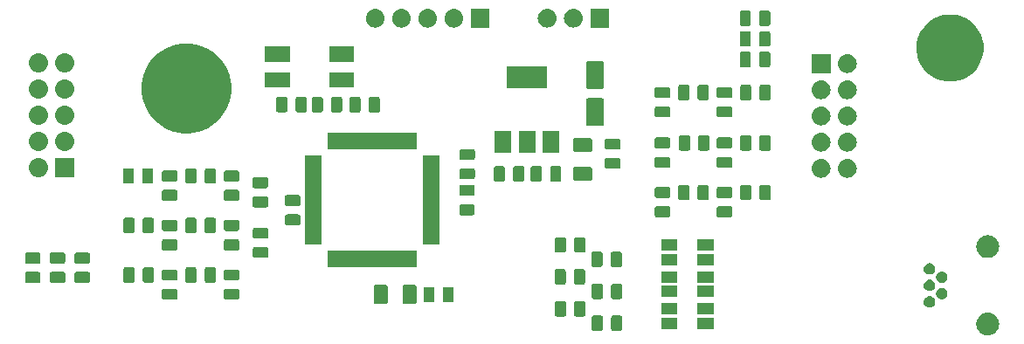
<source format=gbr>
G04 #@! TF.GenerationSoftware,KiCad,Pcbnew,(5.0.2)-1*
G04 #@! TF.CreationDate,2020-01-29T02:21:28+01:00*
G04 #@! TF.ProjectId,fan_controller,66616e5f-636f-46e7-9472-6f6c6c65722e,rev?*
G04 #@! TF.SameCoordinates,Original*
G04 #@! TF.FileFunction,Soldermask,Top*
G04 #@! TF.FilePolarity,Negative*
%FSLAX46Y46*%
G04 Gerber Fmt 4.6, Leading zero omitted, Abs format (unit mm)*
G04 Created by KiCad (PCBNEW (5.0.2)-1) date 29.01.2020 02:21:28*
%MOMM*%
%LPD*%
G01*
G04 APERTURE LIST*
%ADD10C,0.100000*%
G04 APERTURE END LIST*
D10*
G36*
X130365830Y-63764930D02*
X130365833Y-63764931D01*
X130365834Y-63764931D01*
X130573373Y-63827887D01*
X130573375Y-63827888D01*
X130764644Y-63930123D01*
X130932291Y-64067709D01*
X131069877Y-64235356D01*
X131172112Y-64426625D01*
X131235070Y-64634170D01*
X131256327Y-64850000D01*
X131235070Y-65065830D01*
X131235069Y-65065833D01*
X131235069Y-65065834D01*
X131173642Y-65268333D01*
X131172112Y-65273375D01*
X131069877Y-65464644D01*
X130932291Y-65632291D01*
X130764644Y-65769877D01*
X130573375Y-65872112D01*
X130573373Y-65872113D01*
X130365834Y-65935069D01*
X130365833Y-65935069D01*
X130365830Y-65935070D01*
X130204089Y-65951000D01*
X130095911Y-65951000D01*
X129934170Y-65935070D01*
X129934167Y-65935069D01*
X129934166Y-65935069D01*
X129726627Y-65872113D01*
X129726625Y-65872112D01*
X129535356Y-65769877D01*
X129367709Y-65632291D01*
X129230123Y-65464644D01*
X129127888Y-65273375D01*
X129126359Y-65268333D01*
X129064931Y-65065834D01*
X129064931Y-65065833D01*
X129064930Y-65065830D01*
X129043673Y-64850000D01*
X129064930Y-64634170D01*
X129127888Y-64426625D01*
X129230123Y-64235356D01*
X129367709Y-64067709D01*
X129535356Y-63930123D01*
X129726625Y-63827888D01*
X129726627Y-63827887D01*
X129934166Y-63764931D01*
X129934167Y-63764931D01*
X129934170Y-63764930D01*
X130095911Y-63749000D01*
X130204089Y-63749000D01*
X130365830Y-63764930D01*
X130365830Y-63764930D01*
G37*
G36*
X94566313Y-64040148D02*
X94604984Y-64051879D01*
X94640626Y-64070931D01*
X94671864Y-64096566D01*
X94697499Y-64127804D01*
X94716551Y-64163446D01*
X94728282Y-64202117D01*
X94732847Y-64248471D01*
X94732847Y-65324695D01*
X94728282Y-65371049D01*
X94716551Y-65409720D01*
X94697499Y-65445362D01*
X94671864Y-65476600D01*
X94640626Y-65502235D01*
X94604984Y-65521287D01*
X94566313Y-65533018D01*
X94519959Y-65537583D01*
X93868735Y-65537583D01*
X93822381Y-65533018D01*
X93783710Y-65521287D01*
X93748068Y-65502235D01*
X93716830Y-65476600D01*
X93691195Y-65445362D01*
X93672143Y-65409720D01*
X93660412Y-65371049D01*
X93655847Y-65324695D01*
X93655847Y-64248471D01*
X93660412Y-64202117D01*
X93672143Y-64163446D01*
X93691195Y-64127804D01*
X93716830Y-64096566D01*
X93748068Y-64070931D01*
X93783710Y-64051879D01*
X93822381Y-64040148D01*
X93868735Y-64035583D01*
X94519959Y-64035583D01*
X94566313Y-64040148D01*
X94566313Y-64040148D01*
G37*
G36*
X92691313Y-64040148D02*
X92729984Y-64051879D01*
X92765626Y-64070931D01*
X92796864Y-64096566D01*
X92822499Y-64127804D01*
X92841551Y-64163446D01*
X92853282Y-64202117D01*
X92857847Y-64248471D01*
X92857847Y-65324695D01*
X92853282Y-65371049D01*
X92841551Y-65409720D01*
X92822499Y-65445362D01*
X92796864Y-65476600D01*
X92765626Y-65502235D01*
X92729984Y-65521287D01*
X92691313Y-65533018D01*
X92644959Y-65537583D01*
X91993735Y-65537583D01*
X91947381Y-65533018D01*
X91908710Y-65521287D01*
X91873068Y-65502235D01*
X91841830Y-65476600D01*
X91816195Y-65445362D01*
X91797143Y-65409720D01*
X91785412Y-65371049D01*
X91780847Y-65324695D01*
X91780847Y-64248471D01*
X91785412Y-64202117D01*
X91797143Y-64163446D01*
X91816195Y-64127804D01*
X91841830Y-64096566D01*
X91873068Y-64070931D01*
X91908710Y-64051879D01*
X91947381Y-64040148D01*
X91993735Y-64035583D01*
X92644959Y-64035583D01*
X92691313Y-64040148D01*
X92691313Y-64040148D01*
G37*
G36*
X103592347Y-65348783D02*
X101990347Y-65348783D01*
X101990347Y-64246783D01*
X103592347Y-64246783D01*
X103592347Y-65348783D01*
X103592347Y-65348783D01*
G37*
G36*
X100092347Y-65348783D02*
X98490347Y-65348783D01*
X98490347Y-64246783D01*
X100092347Y-64246783D01*
X100092347Y-65348783D01*
X100092347Y-65348783D01*
G37*
G36*
X89116313Y-62640148D02*
X89154984Y-62651879D01*
X89190626Y-62670931D01*
X89221864Y-62696566D01*
X89247499Y-62727804D01*
X89266551Y-62763446D01*
X89278282Y-62802117D01*
X89282847Y-62848471D01*
X89282847Y-63924695D01*
X89278282Y-63971049D01*
X89266551Y-64009720D01*
X89247499Y-64045362D01*
X89221864Y-64076600D01*
X89190626Y-64102235D01*
X89154984Y-64121287D01*
X89116313Y-64133018D01*
X89069959Y-64137583D01*
X88418735Y-64137583D01*
X88372381Y-64133018D01*
X88333710Y-64121287D01*
X88298068Y-64102235D01*
X88266830Y-64076600D01*
X88241195Y-64045362D01*
X88222143Y-64009720D01*
X88210412Y-63971049D01*
X88205847Y-63924695D01*
X88205847Y-62848471D01*
X88210412Y-62802117D01*
X88222143Y-62763446D01*
X88241195Y-62727804D01*
X88266830Y-62696566D01*
X88298068Y-62670931D01*
X88333710Y-62651879D01*
X88372381Y-62640148D01*
X88418735Y-62635583D01*
X89069959Y-62635583D01*
X89116313Y-62640148D01*
X89116313Y-62640148D01*
G37*
G36*
X90991313Y-62640148D02*
X91029984Y-62651879D01*
X91065626Y-62670931D01*
X91096864Y-62696566D01*
X91122499Y-62727804D01*
X91141551Y-62763446D01*
X91153282Y-62802117D01*
X91157847Y-62848471D01*
X91157847Y-63924695D01*
X91153282Y-63971049D01*
X91141551Y-64009720D01*
X91122499Y-64045362D01*
X91096864Y-64076600D01*
X91065626Y-64102235D01*
X91029984Y-64121287D01*
X90991313Y-64133018D01*
X90944959Y-64137583D01*
X90293735Y-64137583D01*
X90247381Y-64133018D01*
X90208710Y-64121287D01*
X90173068Y-64102235D01*
X90141830Y-64076600D01*
X90116195Y-64045362D01*
X90097143Y-64009720D01*
X90085412Y-63971049D01*
X90080847Y-63924695D01*
X90080847Y-62848471D01*
X90085412Y-62802117D01*
X90097143Y-62763446D01*
X90116195Y-62727804D01*
X90141830Y-62696566D01*
X90173068Y-62670931D01*
X90208710Y-62651879D01*
X90247381Y-62640148D01*
X90293735Y-62635583D01*
X90944959Y-62635583D01*
X90991313Y-62640148D01*
X90991313Y-62640148D01*
G37*
G36*
X100092347Y-63948783D02*
X98490347Y-63948783D01*
X98490347Y-62846783D01*
X100092347Y-62846783D01*
X100092347Y-63948783D01*
X100092347Y-63948783D01*
G37*
G36*
X103592347Y-63948783D02*
X101990347Y-63948783D01*
X101990347Y-62846783D01*
X103592347Y-62846783D01*
X103592347Y-63948783D01*
X103592347Y-63948783D01*
G37*
G36*
X124660721Y-62170174D02*
X124760995Y-62211709D01*
X124851245Y-62272012D01*
X124927988Y-62348755D01*
X124988291Y-62439005D01*
X125029826Y-62539279D01*
X125051000Y-62645730D01*
X125051000Y-62754270D01*
X125029826Y-62860721D01*
X124988291Y-62960995D01*
X124927988Y-63051245D01*
X124851245Y-63127988D01*
X124760995Y-63188291D01*
X124660721Y-63229826D01*
X124554270Y-63251000D01*
X124445730Y-63251000D01*
X124339279Y-63229826D01*
X124239005Y-63188291D01*
X124148755Y-63127988D01*
X124072012Y-63051245D01*
X124011709Y-62960995D01*
X123970174Y-62860721D01*
X123949000Y-62754270D01*
X123949000Y-62645730D01*
X123970174Y-62539279D01*
X124011709Y-62439005D01*
X124072012Y-62348755D01*
X124148755Y-62272012D01*
X124239005Y-62211709D01*
X124339279Y-62170174D01*
X124445730Y-62149000D01*
X124554270Y-62149000D01*
X124660721Y-62170174D01*
X124660721Y-62170174D01*
G37*
G36*
X71841804Y-61054347D02*
X71878345Y-61065432D01*
X71912020Y-61083431D01*
X71941541Y-61107659D01*
X71965769Y-61137180D01*
X71983768Y-61170855D01*
X71994853Y-61207396D01*
X71999200Y-61251538D01*
X71999200Y-62700462D01*
X71994853Y-62744604D01*
X71983768Y-62781145D01*
X71965769Y-62814820D01*
X71941541Y-62844341D01*
X71912020Y-62868569D01*
X71878345Y-62886568D01*
X71841804Y-62897653D01*
X71797662Y-62902000D01*
X70848738Y-62902000D01*
X70804596Y-62897653D01*
X70768055Y-62886568D01*
X70734380Y-62868569D01*
X70704859Y-62844341D01*
X70680631Y-62814820D01*
X70662632Y-62781145D01*
X70651547Y-62744604D01*
X70647200Y-62700462D01*
X70647200Y-61251538D01*
X70651547Y-61207396D01*
X70662632Y-61170855D01*
X70680631Y-61137180D01*
X70704859Y-61107659D01*
X70734380Y-61083431D01*
X70768055Y-61065432D01*
X70804596Y-61054347D01*
X70848738Y-61050000D01*
X71797662Y-61050000D01*
X71841804Y-61054347D01*
X71841804Y-61054347D01*
G37*
G36*
X74641804Y-61054347D02*
X74678345Y-61065432D01*
X74712020Y-61083431D01*
X74741541Y-61107659D01*
X74765769Y-61137180D01*
X74783768Y-61170855D01*
X74794853Y-61207396D01*
X74799200Y-61251538D01*
X74799200Y-62700462D01*
X74794853Y-62744604D01*
X74783768Y-62781145D01*
X74765769Y-62814820D01*
X74741541Y-62844341D01*
X74712020Y-62868569D01*
X74678345Y-62886568D01*
X74641804Y-62897653D01*
X74597662Y-62902000D01*
X73648738Y-62902000D01*
X73604596Y-62897653D01*
X73568055Y-62886568D01*
X73534380Y-62868569D01*
X73504859Y-62844341D01*
X73480631Y-62814820D01*
X73462632Y-62781145D01*
X73451547Y-62744604D01*
X73447200Y-62700462D01*
X73447200Y-61251538D01*
X73451547Y-61207396D01*
X73462632Y-61170855D01*
X73480631Y-61137180D01*
X73504859Y-61107659D01*
X73534380Y-61083431D01*
X73568055Y-61065432D01*
X73604596Y-61054347D01*
X73648738Y-61050000D01*
X74597662Y-61050000D01*
X74641804Y-61054347D01*
X74641804Y-61054347D01*
G37*
G36*
X76368766Y-61254965D02*
X76407437Y-61266696D01*
X76443079Y-61285748D01*
X76474317Y-61311383D01*
X76499952Y-61342621D01*
X76519004Y-61378263D01*
X76530735Y-61416934D01*
X76535300Y-61463288D01*
X76535300Y-62539512D01*
X76530735Y-62585866D01*
X76519004Y-62624537D01*
X76499952Y-62660179D01*
X76474317Y-62691417D01*
X76443079Y-62717052D01*
X76407437Y-62736104D01*
X76368766Y-62747835D01*
X76322412Y-62752400D01*
X75671188Y-62752400D01*
X75624834Y-62747835D01*
X75586163Y-62736104D01*
X75550521Y-62717052D01*
X75519283Y-62691417D01*
X75493648Y-62660179D01*
X75474596Y-62624537D01*
X75462865Y-62585866D01*
X75458300Y-62539512D01*
X75458300Y-61463288D01*
X75462865Y-61416934D01*
X75474596Y-61378263D01*
X75493648Y-61342621D01*
X75519283Y-61311383D01*
X75550521Y-61285748D01*
X75586163Y-61266696D01*
X75624834Y-61254965D01*
X75671188Y-61250400D01*
X76322412Y-61250400D01*
X76368766Y-61254965D01*
X76368766Y-61254965D01*
G37*
G36*
X78243766Y-61254965D02*
X78282437Y-61266696D01*
X78318079Y-61285748D01*
X78349317Y-61311383D01*
X78374952Y-61342621D01*
X78394004Y-61378263D01*
X78405735Y-61416934D01*
X78410300Y-61463288D01*
X78410300Y-62539512D01*
X78405735Y-62585866D01*
X78394004Y-62624537D01*
X78374952Y-62660179D01*
X78349317Y-62691417D01*
X78318079Y-62717052D01*
X78282437Y-62736104D01*
X78243766Y-62747835D01*
X78197412Y-62752400D01*
X77546188Y-62752400D01*
X77499834Y-62747835D01*
X77461163Y-62736104D01*
X77425521Y-62717052D01*
X77394283Y-62691417D01*
X77368648Y-62660179D01*
X77349596Y-62624537D01*
X77337865Y-62585866D01*
X77333300Y-62539512D01*
X77333300Y-61463288D01*
X77337865Y-61416934D01*
X77349596Y-61378263D01*
X77368648Y-61342621D01*
X77394283Y-61311383D01*
X77425521Y-61285748D01*
X77461163Y-61266696D01*
X77499834Y-61254965D01*
X77546188Y-61250400D01*
X78197412Y-61250400D01*
X78243766Y-61254965D01*
X78243766Y-61254965D01*
G37*
G36*
X51459466Y-61441065D02*
X51498137Y-61452796D01*
X51533779Y-61471848D01*
X51565017Y-61497483D01*
X51590652Y-61528721D01*
X51609704Y-61564363D01*
X51621435Y-61603034D01*
X51626000Y-61649388D01*
X51626000Y-62300612D01*
X51621435Y-62346966D01*
X51609704Y-62385637D01*
X51590652Y-62421279D01*
X51565017Y-62452517D01*
X51533779Y-62478152D01*
X51498137Y-62497204D01*
X51459466Y-62508935D01*
X51413112Y-62513500D01*
X50336888Y-62513500D01*
X50290534Y-62508935D01*
X50251863Y-62497204D01*
X50216221Y-62478152D01*
X50184983Y-62452517D01*
X50159348Y-62421279D01*
X50140296Y-62385637D01*
X50128565Y-62346966D01*
X50124000Y-62300612D01*
X50124000Y-61649388D01*
X50128565Y-61603034D01*
X50140296Y-61564363D01*
X50159348Y-61528721D01*
X50184983Y-61497483D01*
X50216221Y-61471848D01*
X50251863Y-61452796D01*
X50290534Y-61441065D01*
X50336888Y-61436500D01*
X51413112Y-61436500D01*
X51459466Y-61441065D01*
X51459466Y-61441065D01*
G37*
G36*
X57459466Y-61441065D02*
X57498137Y-61452796D01*
X57533779Y-61471848D01*
X57565017Y-61497483D01*
X57590652Y-61528721D01*
X57609704Y-61564363D01*
X57621435Y-61603034D01*
X57626000Y-61649388D01*
X57626000Y-62300612D01*
X57621435Y-62346966D01*
X57609704Y-62385637D01*
X57590652Y-62421279D01*
X57565017Y-62452517D01*
X57533779Y-62478152D01*
X57498137Y-62497204D01*
X57459466Y-62508935D01*
X57413112Y-62513500D01*
X56336888Y-62513500D01*
X56290534Y-62508935D01*
X56251863Y-62497204D01*
X56216221Y-62478152D01*
X56184983Y-62452517D01*
X56159348Y-62421279D01*
X56140296Y-62385637D01*
X56128565Y-62346966D01*
X56124000Y-62300612D01*
X56124000Y-61649388D01*
X56128565Y-61603034D01*
X56140296Y-61564363D01*
X56159348Y-61528721D01*
X56184983Y-61497483D01*
X56216221Y-61471848D01*
X56251863Y-61452796D01*
X56290534Y-61441065D01*
X56336888Y-61436500D01*
X57413112Y-61436500D01*
X57459466Y-61441065D01*
X57459466Y-61441065D01*
G37*
G36*
X125860721Y-61370174D02*
X125960995Y-61411709D01*
X126051245Y-61472012D01*
X126127988Y-61548755D01*
X126188291Y-61639005D01*
X126229826Y-61739279D01*
X126251000Y-61845730D01*
X126251000Y-61954270D01*
X126229826Y-62060721D01*
X126188291Y-62160995D01*
X126127988Y-62251245D01*
X126051245Y-62327988D01*
X125960995Y-62388291D01*
X125860721Y-62429826D01*
X125754270Y-62451000D01*
X125645730Y-62451000D01*
X125539279Y-62429826D01*
X125439005Y-62388291D01*
X125348755Y-62327988D01*
X125272012Y-62251245D01*
X125211709Y-62160995D01*
X125170174Y-62060721D01*
X125149000Y-61954270D01*
X125149000Y-61845730D01*
X125170174Y-61739279D01*
X125211709Y-61639005D01*
X125272012Y-61548755D01*
X125348755Y-61472012D01*
X125439005Y-61411709D01*
X125539279Y-61370174D01*
X125645730Y-61349000D01*
X125754270Y-61349000D01*
X125860721Y-61370174D01*
X125860721Y-61370174D01*
G37*
G36*
X92691313Y-60940148D02*
X92729984Y-60951879D01*
X92765626Y-60970931D01*
X92796864Y-60996566D01*
X92822499Y-61027804D01*
X92841551Y-61063446D01*
X92853282Y-61102117D01*
X92857847Y-61148471D01*
X92857847Y-62224695D01*
X92853282Y-62271049D01*
X92841551Y-62309720D01*
X92822499Y-62345362D01*
X92796864Y-62376600D01*
X92765626Y-62402235D01*
X92729984Y-62421287D01*
X92691313Y-62433018D01*
X92644959Y-62437583D01*
X91993735Y-62437583D01*
X91947381Y-62433018D01*
X91908710Y-62421287D01*
X91873068Y-62402235D01*
X91841830Y-62376600D01*
X91816195Y-62345362D01*
X91797143Y-62309720D01*
X91785412Y-62271049D01*
X91780847Y-62224695D01*
X91780847Y-61148471D01*
X91785412Y-61102117D01*
X91797143Y-61063446D01*
X91816195Y-61027804D01*
X91841830Y-60996566D01*
X91873068Y-60970931D01*
X91908710Y-60951879D01*
X91947381Y-60940148D01*
X91993735Y-60935583D01*
X92644959Y-60935583D01*
X92691313Y-60940148D01*
X92691313Y-60940148D01*
G37*
G36*
X94566313Y-60940148D02*
X94604984Y-60951879D01*
X94640626Y-60970931D01*
X94671864Y-60996566D01*
X94697499Y-61027804D01*
X94716551Y-61063446D01*
X94728282Y-61102117D01*
X94732847Y-61148471D01*
X94732847Y-62224695D01*
X94728282Y-62271049D01*
X94716551Y-62309720D01*
X94697499Y-62345362D01*
X94671864Y-62376600D01*
X94640626Y-62402235D01*
X94604984Y-62421287D01*
X94566313Y-62433018D01*
X94519959Y-62437583D01*
X93868735Y-62437583D01*
X93822381Y-62433018D01*
X93783710Y-62421287D01*
X93748068Y-62402235D01*
X93716830Y-62376600D01*
X93691195Y-62345362D01*
X93672143Y-62309720D01*
X93660412Y-62271049D01*
X93655847Y-62224695D01*
X93655847Y-61148471D01*
X93660412Y-61102117D01*
X93672143Y-61063446D01*
X93691195Y-61027804D01*
X93716830Y-60996566D01*
X93748068Y-60970931D01*
X93783710Y-60951879D01*
X93822381Y-60940148D01*
X93868735Y-60935583D01*
X94519959Y-60935583D01*
X94566313Y-60940148D01*
X94566313Y-60940148D01*
G37*
G36*
X103592347Y-62248783D02*
X101990347Y-62248783D01*
X101990347Y-61146783D01*
X103592347Y-61146783D01*
X103592347Y-62248783D01*
X103592347Y-62248783D01*
G37*
G36*
X100092347Y-62248783D02*
X98490347Y-62248783D01*
X98490347Y-61146783D01*
X100092347Y-61146783D01*
X100092347Y-62248783D01*
X100092347Y-62248783D01*
G37*
G36*
X124660721Y-60570174D02*
X124760995Y-60611709D01*
X124851245Y-60672012D01*
X124927988Y-60748755D01*
X124988291Y-60839005D01*
X125029826Y-60939279D01*
X125051000Y-61045730D01*
X125051000Y-61154270D01*
X125029826Y-61260721D01*
X124988291Y-61360995D01*
X124927988Y-61451245D01*
X124851245Y-61527988D01*
X124760995Y-61588291D01*
X124660721Y-61629826D01*
X124554270Y-61651000D01*
X124445730Y-61651000D01*
X124339279Y-61629826D01*
X124239005Y-61588291D01*
X124148755Y-61527988D01*
X124072012Y-61451245D01*
X124011709Y-61360995D01*
X123970174Y-61260721D01*
X123949000Y-61154270D01*
X123949000Y-61045730D01*
X123970174Y-60939279D01*
X124011709Y-60839005D01*
X124072012Y-60748755D01*
X124148755Y-60672012D01*
X124239005Y-60611709D01*
X124339279Y-60570174D01*
X124445730Y-60549000D01*
X124554270Y-60549000D01*
X124660721Y-60570174D01*
X124660721Y-60570174D01*
G37*
G36*
X89091313Y-59540148D02*
X89129984Y-59551879D01*
X89165626Y-59570931D01*
X89196864Y-59596566D01*
X89222499Y-59627804D01*
X89241551Y-59663446D01*
X89253282Y-59702117D01*
X89257847Y-59748471D01*
X89257847Y-60824695D01*
X89253282Y-60871049D01*
X89241551Y-60909720D01*
X89222499Y-60945362D01*
X89196864Y-60976600D01*
X89165626Y-61002235D01*
X89129984Y-61021287D01*
X89091313Y-61033018D01*
X89044959Y-61037583D01*
X88393735Y-61037583D01*
X88347381Y-61033018D01*
X88308710Y-61021287D01*
X88273068Y-61002235D01*
X88241830Y-60976600D01*
X88216195Y-60945362D01*
X88197143Y-60909720D01*
X88185412Y-60871049D01*
X88180847Y-60824695D01*
X88180847Y-59748471D01*
X88185412Y-59702117D01*
X88197143Y-59663446D01*
X88216195Y-59627804D01*
X88241830Y-59596566D01*
X88273068Y-59570931D01*
X88308710Y-59551879D01*
X88347381Y-59540148D01*
X88393735Y-59535583D01*
X89044959Y-59535583D01*
X89091313Y-59540148D01*
X89091313Y-59540148D01*
G37*
G36*
X90966313Y-59540148D02*
X91004984Y-59551879D01*
X91040626Y-59570931D01*
X91071864Y-59596566D01*
X91097499Y-59627804D01*
X91116551Y-59663446D01*
X91128282Y-59702117D01*
X91132847Y-59748471D01*
X91132847Y-60824695D01*
X91128282Y-60871049D01*
X91116551Y-60909720D01*
X91097499Y-60945362D01*
X91071864Y-60976600D01*
X91040626Y-61002235D01*
X91004984Y-61021287D01*
X90966313Y-61033018D01*
X90919959Y-61037583D01*
X90268735Y-61037583D01*
X90222381Y-61033018D01*
X90183710Y-61021287D01*
X90148068Y-61002235D01*
X90116830Y-60976600D01*
X90091195Y-60945362D01*
X90072143Y-60909720D01*
X90060412Y-60871049D01*
X90055847Y-60824695D01*
X90055847Y-59748471D01*
X90060412Y-59702117D01*
X90072143Y-59663446D01*
X90091195Y-59627804D01*
X90116830Y-59596566D01*
X90148068Y-59570931D01*
X90183710Y-59551879D01*
X90222381Y-59540148D01*
X90268735Y-59535583D01*
X90919959Y-59535583D01*
X90966313Y-59540148D01*
X90966313Y-59540148D01*
G37*
G36*
X38184466Y-59803565D02*
X38223137Y-59815296D01*
X38258779Y-59834348D01*
X38290017Y-59859983D01*
X38315652Y-59891221D01*
X38334704Y-59926863D01*
X38346435Y-59965534D01*
X38351000Y-60011888D01*
X38351000Y-60663112D01*
X38346435Y-60709466D01*
X38334704Y-60748137D01*
X38315652Y-60783779D01*
X38290017Y-60815017D01*
X38258779Y-60840652D01*
X38223137Y-60859704D01*
X38184466Y-60871435D01*
X38138112Y-60876000D01*
X37061888Y-60876000D01*
X37015534Y-60871435D01*
X36976863Y-60859704D01*
X36941221Y-60840652D01*
X36909983Y-60815017D01*
X36884348Y-60783779D01*
X36865296Y-60748137D01*
X36853565Y-60709466D01*
X36849000Y-60663112D01*
X36849000Y-60011888D01*
X36853565Y-59965534D01*
X36865296Y-59926863D01*
X36884348Y-59891221D01*
X36909983Y-59859983D01*
X36941221Y-59834348D01*
X36976863Y-59815296D01*
X37015534Y-59803565D01*
X37061888Y-59799000D01*
X38138112Y-59799000D01*
X38184466Y-59803565D01*
X38184466Y-59803565D01*
G37*
G36*
X42984466Y-59803565D02*
X43023137Y-59815296D01*
X43058779Y-59834348D01*
X43090017Y-59859983D01*
X43115652Y-59891221D01*
X43134704Y-59926863D01*
X43146435Y-59965534D01*
X43151000Y-60011888D01*
X43151000Y-60663112D01*
X43146435Y-60709466D01*
X43134704Y-60748137D01*
X43115652Y-60783779D01*
X43090017Y-60815017D01*
X43058779Y-60840652D01*
X43023137Y-60859704D01*
X42984466Y-60871435D01*
X42938112Y-60876000D01*
X41861888Y-60876000D01*
X41815534Y-60871435D01*
X41776863Y-60859704D01*
X41741221Y-60840652D01*
X41709983Y-60815017D01*
X41684348Y-60783779D01*
X41665296Y-60748137D01*
X41653565Y-60709466D01*
X41649000Y-60663112D01*
X41649000Y-60011888D01*
X41653565Y-59965534D01*
X41665296Y-59926863D01*
X41684348Y-59891221D01*
X41709983Y-59859983D01*
X41741221Y-59834348D01*
X41776863Y-59815296D01*
X41815534Y-59803565D01*
X41861888Y-59799000D01*
X42938112Y-59799000D01*
X42984466Y-59803565D01*
X42984466Y-59803565D01*
G37*
G36*
X40584466Y-59803565D02*
X40623137Y-59815296D01*
X40658779Y-59834348D01*
X40690017Y-59859983D01*
X40715652Y-59891221D01*
X40734704Y-59926863D01*
X40746435Y-59965534D01*
X40751000Y-60011888D01*
X40751000Y-60663112D01*
X40746435Y-60709466D01*
X40734704Y-60748137D01*
X40715652Y-60783779D01*
X40690017Y-60815017D01*
X40658779Y-60840652D01*
X40623137Y-60859704D01*
X40584466Y-60871435D01*
X40538112Y-60876000D01*
X39461888Y-60876000D01*
X39415534Y-60871435D01*
X39376863Y-60859704D01*
X39341221Y-60840652D01*
X39309983Y-60815017D01*
X39284348Y-60783779D01*
X39265296Y-60748137D01*
X39253565Y-60709466D01*
X39249000Y-60663112D01*
X39249000Y-60011888D01*
X39253565Y-59965534D01*
X39265296Y-59926863D01*
X39284348Y-59891221D01*
X39309983Y-59859983D01*
X39341221Y-59834348D01*
X39376863Y-59815296D01*
X39415534Y-59803565D01*
X39461888Y-59799000D01*
X40538112Y-59799000D01*
X40584466Y-59803565D01*
X40584466Y-59803565D01*
G37*
G36*
X49184466Y-59353565D02*
X49223137Y-59365296D01*
X49258779Y-59384348D01*
X49290017Y-59409983D01*
X49315652Y-59441221D01*
X49334704Y-59476863D01*
X49346435Y-59515534D01*
X49351000Y-59561888D01*
X49351000Y-60638112D01*
X49346435Y-60684466D01*
X49334704Y-60723137D01*
X49315652Y-60758779D01*
X49290017Y-60790017D01*
X49258779Y-60815652D01*
X49223137Y-60834704D01*
X49184466Y-60846435D01*
X49138112Y-60851000D01*
X48486888Y-60851000D01*
X48440534Y-60846435D01*
X48401863Y-60834704D01*
X48366221Y-60815652D01*
X48334983Y-60790017D01*
X48309348Y-60758779D01*
X48290296Y-60723137D01*
X48278565Y-60684466D01*
X48274000Y-60638112D01*
X48274000Y-59561888D01*
X48278565Y-59515534D01*
X48290296Y-59476863D01*
X48309348Y-59441221D01*
X48334983Y-59409983D01*
X48366221Y-59384348D01*
X48401863Y-59365296D01*
X48440534Y-59353565D01*
X48486888Y-59349000D01*
X49138112Y-59349000D01*
X49184466Y-59353565D01*
X49184466Y-59353565D01*
G37*
G36*
X53309466Y-59353565D02*
X53348137Y-59365296D01*
X53383779Y-59384348D01*
X53415017Y-59409983D01*
X53440652Y-59441221D01*
X53459704Y-59476863D01*
X53471435Y-59515534D01*
X53476000Y-59561888D01*
X53476000Y-60638112D01*
X53471435Y-60684466D01*
X53459704Y-60723137D01*
X53440652Y-60758779D01*
X53415017Y-60790017D01*
X53383779Y-60815652D01*
X53348137Y-60834704D01*
X53309466Y-60846435D01*
X53263112Y-60851000D01*
X52611888Y-60851000D01*
X52565534Y-60846435D01*
X52526863Y-60834704D01*
X52491221Y-60815652D01*
X52459983Y-60790017D01*
X52434348Y-60758779D01*
X52415296Y-60723137D01*
X52403565Y-60684466D01*
X52399000Y-60638112D01*
X52399000Y-59561888D01*
X52403565Y-59515534D01*
X52415296Y-59476863D01*
X52434348Y-59441221D01*
X52459983Y-59409983D01*
X52491221Y-59384348D01*
X52526863Y-59365296D01*
X52565534Y-59353565D01*
X52611888Y-59349000D01*
X53263112Y-59349000D01*
X53309466Y-59353565D01*
X53309466Y-59353565D01*
G37*
G36*
X125860721Y-59770174D02*
X125960995Y-59811709D01*
X126051245Y-59872012D01*
X126127988Y-59948755D01*
X126188291Y-60039005D01*
X126229826Y-60139279D01*
X126251000Y-60245730D01*
X126251000Y-60354270D01*
X126229826Y-60460721D01*
X126188291Y-60560995D01*
X126127988Y-60651245D01*
X126051245Y-60727988D01*
X125960995Y-60788291D01*
X125860721Y-60829826D01*
X125754270Y-60851000D01*
X125645730Y-60851000D01*
X125539279Y-60829826D01*
X125439005Y-60788291D01*
X125348755Y-60727988D01*
X125272012Y-60651245D01*
X125211709Y-60560995D01*
X125170174Y-60460721D01*
X125149000Y-60354270D01*
X125149000Y-60245730D01*
X125170174Y-60139279D01*
X125211709Y-60039005D01*
X125272012Y-59948755D01*
X125348755Y-59872012D01*
X125439005Y-59811709D01*
X125539279Y-59770174D01*
X125645730Y-59749000D01*
X125754270Y-59749000D01*
X125860721Y-59770174D01*
X125860721Y-59770174D01*
G37*
G36*
X55184466Y-59353565D02*
X55223137Y-59365296D01*
X55258779Y-59384348D01*
X55290017Y-59409983D01*
X55315652Y-59441221D01*
X55334704Y-59476863D01*
X55346435Y-59515534D01*
X55351000Y-59561888D01*
X55351000Y-60638112D01*
X55346435Y-60684466D01*
X55334704Y-60723137D01*
X55315652Y-60758779D01*
X55290017Y-60790017D01*
X55258779Y-60815652D01*
X55223137Y-60834704D01*
X55184466Y-60846435D01*
X55138112Y-60851000D01*
X54486888Y-60851000D01*
X54440534Y-60846435D01*
X54401863Y-60834704D01*
X54366221Y-60815652D01*
X54334983Y-60790017D01*
X54309348Y-60758779D01*
X54290296Y-60723137D01*
X54278565Y-60684466D01*
X54274000Y-60638112D01*
X54274000Y-59561888D01*
X54278565Y-59515534D01*
X54290296Y-59476863D01*
X54309348Y-59441221D01*
X54334983Y-59409983D01*
X54366221Y-59384348D01*
X54401863Y-59365296D01*
X54440534Y-59353565D01*
X54486888Y-59349000D01*
X55138112Y-59349000D01*
X55184466Y-59353565D01*
X55184466Y-59353565D01*
G37*
G36*
X47309466Y-59353565D02*
X47348137Y-59365296D01*
X47383779Y-59384348D01*
X47415017Y-59409983D01*
X47440652Y-59441221D01*
X47459704Y-59476863D01*
X47471435Y-59515534D01*
X47476000Y-59561888D01*
X47476000Y-60638112D01*
X47471435Y-60684466D01*
X47459704Y-60723137D01*
X47440652Y-60758779D01*
X47415017Y-60790017D01*
X47383779Y-60815652D01*
X47348137Y-60834704D01*
X47309466Y-60846435D01*
X47263112Y-60851000D01*
X46611888Y-60851000D01*
X46565534Y-60846435D01*
X46526863Y-60834704D01*
X46491221Y-60815652D01*
X46459983Y-60790017D01*
X46434348Y-60758779D01*
X46415296Y-60723137D01*
X46403565Y-60684466D01*
X46399000Y-60638112D01*
X46399000Y-59561888D01*
X46403565Y-59515534D01*
X46415296Y-59476863D01*
X46434348Y-59441221D01*
X46459983Y-59409983D01*
X46491221Y-59384348D01*
X46526863Y-59365296D01*
X46565534Y-59353565D01*
X46611888Y-59349000D01*
X47263112Y-59349000D01*
X47309466Y-59353565D01*
X47309466Y-59353565D01*
G37*
G36*
X103592347Y-60848783D02*
X101990347Y-60848783D01*
X101990347Y-59746783D01*
X103592347Y-59746783D01*
X103592347Y-60848783D01*
X103592347Y-60848783D01*
G37*
G36*
X100092347Y-60848783D02*
X98490347Y-60848783D01*
X98490347Y-59746783D01*
X100092347Y-59746783D01*
X100092347Y-60848783D01*
X100092347Y-60848783D01*
G37*
G36*
X57459466Y-59566065D02*
X57498137Y-59577796D01*
X57533779Y-59596848D01*
X57565017Y-59622483D01*
X57590652Y-59653721D01*
X57609704Y-59689363D01*
X57621435Y-59728034D01*
X57626000Y-59774388D01*
X57626000Y-60425612D01*
X57621435Y-60471966D01*
X57609704Y-60510637D01*
X57590652Y-60546279D01*
X57565017Y-60577517D01*
X57533779Y-60603152D01*
X57498137Y-60622204D01*
X57459466Y-60633935D01*
X57413112Y-60638500D01*
X56336888Y-60638500D01*
X56290534Y-60633935D01*
X56251863Y-60622204D01*
X56216221Y-60603152D01*
X56184983Y-60577517D01*
X56159348Y-60546279D01*
X56140296Y-60510637D01*
X56128565Y-60471966D01*
X56124000Y-60425612D01*
X56124000Y-59774388D01*
X56128565Y-59728034D01*
X56140296Y-59689363D01*
X56159348Y-59653721D01*
X56184983Y-59622483D01*
X56216221Y-59596848D01*
X56251863Y-59577796D01*
X56290534Y-59566065D01*
X56336888Y-59561500D01*
X57413112Y-59561500D01*
X57459466Y-59566065D01*
X57459466Y-59566065D01*
G37*
G36*
X51459466Y-59566065D02*
X51498137Y-59577796D01*
X51533779Y-59596848D01*
X51565017Y-59622483D01*
X51590652Y-59653721D01*
X51609704Y-59689363D01*
X51621435Y-59728034D01*
X51626000Y-59774388D01*
X51626000Y-60425612D01*
X51621435Y-60471966D01*
X51609704Y-60510637D01*
X51590652Y-60546279D01*
X51565017Y-60577517D01*
X51533779Y-60603152D01*
X51498137Y-60622204D01*
X51459466Y-60633935D01*
X51413112Y-60638500D01*
X50336888Y-60638500D01*
X50290534Y-60633935D01*
X50251863Y-60622204D01*
X50216221Y-60603152D01*
X50184983Y-60577517D01*
X50159348Y-60546279D01*
X50140296Y-60510637D01*
X50128565Y-60471966D01*
X50124000Y-60425612D01*
X50124000Y-59774388D01*
X50128565Y-59728034D01*
X50140296Y-59689363D01*
X50159348Y-59653721D01*
X50184983Y-59622483D01*
X50216221Y-59596848D01*
X50251863Y-59577796D01*
X50290534Y-59566065D01*
X50336888Y-59561500D01*
X51413112Y-59561500D01*
X51459466Y-59566065D01*
X51459466Y-59566065D01*
G37*
G36*
X124660721Y-58970174D02*
X124760995Y-59011709D01*
X124851245Y-59072012D01*
X124927988Y-59148755D01*
X124988291Y-59239005D01*
X125029826Y-59339279D01*
X125051000Y-59445730D01*
X125051000Y-59554270D01*
X125029826Y-59660721D01*
X124988291Y-59760995D01*
X124927988Y-59851245D01*
X124851245Y-59927988D01*
X124760995Y-59988291D01*
X124660721Y-60029826D01*
X124554270Y-60051000D01*
X124445730Y-60051000D01*
X124339279Y-60029826D01*
X124239005Y-59988291D01*
X124148755Y-59927988D01*
X124072012Y-59851245D01*
X124011709Y-59760995D01*
X123970174Y-59660721D01*
X123949000Y-59554270D01*
X123949000Y-59445730D01*
X123970174Y-59339279D01*
X124011709Y-59239005D01*
X124072012Y-59148755D01*
X124148755Y-59072012D01*
X124239005Y-59011709D01*
X124339279Y-58970174D01*
X124445730Y-58949000D01*
X124554270Y-58949000D01*
X124660721Y-58970174D01*
X124660721Y-58970174D01*
G37*
G36*
X92653813Y-57840148D02*
X92692484Y-57851879D01*
X92728126Y-57870931D01*
X92759364Y-57896566D01*
X92784999Y-57927804D01*
X92804051Y-57963446D01*
X92815782Y-58002117D01*
X92820347Y-58048471D01*
X92820347Y-59124695D01*
X92815782Y-59171049D01*
X92804051Y-59209720D01*
X92784999Y-59245362D01*
X92759364Y-59276600D01*
X92728126Y-59302235D01*
X92692484Y-59321287D01*
X92653813Y-59333018D01*
X92607459Y-59337583D01*
X91956235Y-59337583D01*
X91909881Y-59333018D01*
X91871210Y-59321287D01*
X91835568Y-59302235D01*
X91804330Y-59276600D01*
X91778695Y-59245362D01*
X91759643Y-59209720D01*
X91747912Y-59171049D01*
X91743347Y-59124695D01*
X91743347Y-58048471D01*
X91747912Y-58002117D01*
X91759643Y-57963446D01*
X91778695Y-57927804D01*
X91804330Y-57896566D01*
X91835568Y-57870931D01*
X91871210Y-57851879D01*
X91909881Y-57840148D01*
X91956235Y-57835583D01*
X92607459Y-57835583D01*
X92653813Y-57840148D01*
X92653813Y-57840148D01*
G37*
G36*
X94528813Y-57840148D02*
X94567484Y-57851879D01*
X94603126Y-57870931D01*
X94634364Y-57896566D01*
X94659999Y-57927804D01*
X94679051Y-57963446D01*
X94690782Y-58002117D01*
X94695347Y-58048471D01*
X94695347Y-59124695D01*
X94690782Y-59171049D01*
X94679051Y-59209720D01*
X94659999Y-59245362D01*
X94634364Y-59276600D01*
X94603126Y-59302235D01*
X94567484Y-59321287D01*
X94528813Y-59333018D01*
X94482459Y-59337583D01*
X93831235Y-59337583D01*
X93784881Y-59333018D01*
X93746210Y-59321287D01*
X93710568Y-59302235D01*
X93679330Y-59276600D01*
X93653695Y-59245362D01*
X93634643Y-59209720D01*
X93622912Y-59171049D01*
X93618347Y-59124695D01*
X93618347Y-58048471D01*
X93622912Y-58002117D01*
X93634643Y-57963446D01*
X93653695Y-57927804D01*
X93679330Y-57896566D01*
X93710568Y-57870931D01*
X93746210Y-57851879D01*
X93784881Y-57840148D01*
X93831235Y-57835583D01*
X94482459Y-57835583D01*
X94528813Y-57840148D01*
X94528813Y-57840148D01*
G37*
G36*
X74836742Y-59312189D02*
X66184742Y-59312189D01*
X66184742Y-57710189D01*
X74836742Y-57710189D01*
X74836742Y-59312189D01*
X74836742Y-59312189D01*
G37*
G36*
X100092347Y-59148783D02*
X98490347Y-59148783D01*
X98490347Y-58046783D01*
X100092347Y-58046783D01*
X100092347Y-59148783D01*
X100092347Y-59148783D01*
G37*
G36*
X103592347Y-59148783D02*
X101990347Y-59148783D01*
X101990347Y-58046783D01*
X103592347Y-58046783D01*
X103592347Y-59148783D01*
X103592347Y-59148783D01*
G37*
G36*
X42984466Y-57928565D02*
X43023137Y-57940296D01*
X43058779Y-57959348D01*
X43090017Y-57984983D01*
X43115652Y-58016221D01*
X43134704Y-58051863D01*
X43146435Y-58090534D01*
X43151000Y-58136888D01*
X43151000Y-58788112D01*
X43146435Y-58834466D01*
X43134704Y-58873137D01*
X43115652Y-58908779D01*
X43090017Y-58940017D01*
X43058779Y-58965652D01*
X43023137Y-58984704D01*
X42984466Y-58996435D01*
X42938112Y-59001000D01*
X41861888Y-59001000D01*
X41815534Y-58996435D01*
X41776863Y-58984704D01*
X41741221Y-58965652D01*
X41709983Y-58940017D01*
X41684348Y-58908779D01*
X41665296Y-58873137D01*
X41653565Y-58834466D01*
X41649000Y-58788112D01*
X41649000Y-58136888D01*
X41653565Y-58090534D01*
X41665296Y-58051863D01*
X41684348Y-58016221D01*
X41709983Y-57984983D01*
X41741221Y-57959348D01*
X41776863Y-57940296D01*
X41815534Y-57928565D01*
X41861888Y-57924000D01*
X42938112Y-57924000D01*
X42984466Y-57928565D01*
X42984466Y-57928565D01*
G37*
G36*
X40584466Y-57928565D02*
X40623137Y-57940296D01*
X40658779Y-57959348D01*
X40690017Y-57984983D01*
X40715652Y-58016221D01*
X40734704Y-58051863D01*
X40746435Y-58090534D01*
X40751000Y-58136888D01*
X40751000Y-58788112D01*
X40746435Y-58834466D01*
X40734704Y-58873137D01*
X40715652Y-58908779D01*
X40690017Y-58940017D01*
X40658779Y-58965652D01*
X40623137Y-58984704D01*
X40584466Y-58996435D01*
X40538112Y-59001000D01*
X39461888Y-59001000D01*
X39415534Y-58996435D01*
X39376863Y-58984704D01*
X39341221Y-58965652D01*
X39309983Y-58940017D01*
X39284348Y-58908779D01*
X39265296Y-58873137D01*
X39253565Y-58834466D01*
X39249000Y-58788112D01*
X39249000Y-58136888D01*
X39253565Y-58090534D01*
X39265296Y-58051863D01*
X39284348Y-58016221D01*
X39309983Y-57984983D01*
X39341221Y-57959348D01*
X39376863Y-57940296D01*
X39415534Y-57928565D01*
X39461888Y-57924000D01*
X40538112Y-57924000D01*
X40584466Y-57928565D01*
X40584466Y-57928565D01*
G37*
G36*
X38184466Y-57928565D02*
X38223137Y-57940296D01*
X38258779Y-57959348D01*
X38290017Y-57984983D01*
X38315652Y-58016221D01*
X38334704Y-58051863D01*
X38346435Y-58090534D01*
X38351000Y-58136888D01*
X38351000Y-58788112D01*
X38346435Y-58834466D01*
X38334704Y-58873137D01*
X38315652Y-58908779D01*
X38290017Y-58940017D01*
X38258779Y-58965652D01*
X38223137Y-58984704D01*
X38184466Y-58996435D01*
X38138112Y-59001000D01*
X37061888Y-59001000D01*
X37015534Y-58996435D01*
X36976863Y-58984704D01*
X36941221Y-58965652D01*
X36909983Y-58940017D01*
X36884348Y-58908779D01*
X36865296Y-58873137D01*
X36853565Y-58834466D01*
X36849000Y-58788112D01*
X36849000Y-58136888D01*
X36853565Y-58090534D01*
X36865296Y-58051863D01*
X36884348Y-58016221D01*
X36909983Y-57984983D01*
X36941221Y-57959348D01*
X36976863Y-57940296D01*
X37015534Y-57928565D01*
X37061888Y-57924000D01*
X38138112Y-57924000D01*
X38184466Y-57928565D01*
X38184466Y-57928565D01*
G37*
G36*
X130365830Y-56264930D02*
X130365833Y-56264931D01*
X130365834Y-56264931D01*
X130573373Y-56327887D01*
X130573375Y-56327888D01*
X130764644Y-56430123D01*
X130932291Y-56567709D01*
X131069877Y-56735356D01*
X131172112Y-56926625D01*
X131235070Y-57134170D01*
X131256327Y-57350000D01*
X131235070Y-57565830D01*
X131235069Y-57565833D01*
X131235069Y-57565834D01*
X131191280Y-57710189D01*
X131172112Y-57773375D01*
X131069877Y-57964644D01*
X130932291Y-58132291D01*
X130764644Y-58269877D01*
X130574260Y-58371639D01*
X130573373Y-58372113D01*
X130365834Y-58435069D01*
X130365833Y-58435069D01*
X130365830Y-58435070D01*
X130204089Y-58451000D01*
X130095911Y-58451000D01*
X129934170Y-58435070D01*
X129934167Y-58435069D01*
X129934166Y-58435069D01*
X129726627Y-58372113D01*
X129725740Y-58371639D01*
X129535356Y-58269877D01*
X129367709Y-58132291D01*
X129230123Y-57964644D01*
X129127888Y-57773375D01*
X129108721Y-57710189D01*
X129064931Y-57565834D01*
X129064931Y-57565833D01*
X129064930Y-57565830D01*
X129043673Y-57350000D01*
X129064930Y-57134170D01*
X129127888Y-56926625D01*
X129230123Y-56735356D01*
X129367709Y-56567709D01*
X129535356Y-56430123D01*
X129726625Y-56327888D01*
X129726627Y-56327887D01*
X129934166Y-56264931D01*
X129934167Y-56264931D01*
X129934170Y-56264930D01*
X130095911Y-56249000D01*
X130204089Y-56249000D01*
X130365830Y-56264930D01*
X130365830Y-56264930D01*
G37*
G36*
X60274466Y-57378065D02*
X60313137Y-57389796D01*
X60348779Y-57408848D01*
X60380017Y-57434483D01*
X60405652Y-57465721D01*
X60424704Y-57501363D01*
X60436435Y-57540034D01*
X60441000Y-57586388D01*
X60441000Y-58237612D01*
X60436435Y-58283966D01*
X60424704Y-58322637D01*
X60405652Y-58358279D01*
X60380017Y-58389517D01*
X60348779Y-58415152D01*
X60313137Y-58434204D01*
X60274466Y-58445935D01*
X60228112Y-58450500D01*
X59151888Y-58450500D01*
X59105534Y-58445935D01*
X59066863Y-58434204D01*
X59031221Y-58415152D01*
X58999983Y-58389517D01*
X58974348Y-58358279D01*
X58955296Y-58322637D01*
X58943565Y-58283966D01*
X58939000Y-58237612D01*
X58939000Y-57586388D01*
X58943565Y-57540034D01*
X58955296Y-57501363D01*
X58974348Y-57465721D01*
X58999983Y-57434483D01*
X59031221Y-57408848D01*
X59066863Y-57389796D01*
X59105534Y-57378065D01*
X59151888Y-57373500D01*
X60228112Y-57373500D01*
X60274466Y-57378065D01*
X60274466Y-57378065D01*
G37*
G36*
X89116313Y-56440148D02*
X89154984Y-56451879D01*
X89190626Y-56470931D01*
X89221864Y-56496566D01*
X89247499Y-56527804D01*
X89266551Y-56563446D01*
X89278282Y-56602117D01*
X89282847Y-56648471D01*
X89282847Y-57724695D01*
X89278282Y-57771049D01*
X89266551Y-57809720D01*
X89247499Y-57845362D01*
X89221864Y-57876600D01*
X89190626Y-57902235D01*
X89154984Y-57921287D01*
X89116313Y-57933018D01*
X89069959Y-57937583D01*
X88418735Y-57937583D01*
X88372381Y-57933018D01*
X88333710Y-57921287D01*
X88298068Y-57902235D01*
X88266830Y-57876600D01*
X88241195Y-57845362D01*
X88222143Y-57809720D01*
X88210412Y-57771049D01*
X88205847Y-57724695D01*
X88205847Y-56648471D01*
X88210412Y-56602117D01*
X88222143Y-56563446D01*
X88241195Y-56527804D01*
X88266830Y-56496566D01*
X88298068Y-56470931D01*
X88333710Y-56451879D01*
X88372381Y-56440148D01*
X88418735Y-56435583D01*
X89069959Y-56435583D01*
X89116313Y-56440148D01*
X89116313Y-56440148D01*
G37*
G36*
X90991313Y-56440148D02*
X91029984Y-56451879D01*
X91065626Y-56470931D01*
X91096864Y-56496566D01*
X91122499Y-56527804D01*
X91141551Y-56563446D01*
X91153282Y-56602117D01*
X91157847Y-56648471D01*
X91157847Y-57724695D01*
X91153282Y-57771049D01*
X91141551Y-57809720D01*
X91122499Y-57845362D01*
X91096864Y-57876600D01*
X91065626Y-57902235D01*
X91029984Y-57921287D01*
X90991313Y-57933018D01*
X90944959Y-57937583D01*
X90293735Y-57937583D01*
X90247381Y-57933018D01*
X90208710Y-57921287D01*
X90173068Y-57902235D01*
X90141830Y-57876600D01*
X90116195Y-57845362D01*
X90097143Y-57809720D01*
X90085412Y-57771049D01*
X90080847Y-57724695D01*
X90080847Y-56648471D01*
X90085412Y-56602117D01*
X90097143Y-56563446D01*
X90116195Y-56527804D01*
X90141830Y-56496566D01*
X90173068Y-56470931D01*
X90208710Y-56451879D01*
X90247381Y-56440148D01*
X90293735Y-56435583D01*
X90944959Y-56435583D01*
X90991313Y-56440148D01*
X90991313Y-56440148D01*
G37*
G36*
X103592347Y-57748783D02*
X101990347Y-57748783D01*
X101990347Y-56646783D01*
X103592347Y-56646783D01*
X103592347Y-57748783D01*
X103592347Y-57748783D01*
G37*
G36*
X100092347Y-57748783D02*
X98490347Y-57748783D01*
X98490347Y-56646783D01*
X100092347Y-56646783D01*
X100092347Y-57748783D01*
X100092347Y-57748783D01*
G37*
G36*
X51459466Y-56641065D02*
X51498137Y-56652796D01*
X51533779Y-56671848D01*
X51565017Y-56697483D01*
X51590652Y-56728721D01*
X51609704Y-56764363D01*
X51621435Y-56803034D01*
X51626000Y-56849388D01*
X51626000Y-57500612D01*
X51621435Y-57546966D01*
X51609704Y-57585637D01*
X51590652Y-57621279D01*
X51565017Y-57652517D01*
X51533779Y-57678152D01*
X51498137Y-57697204D01*
X51459466Y-57708935D01*
X51413112Y-57713500D01*
X50336888Y-57713500D01*
X50290534Y-57708935D01*
X50251863Y-57697204D01*
X50216221Y-57678152D01*
X50184983Y-57652517D01*
X50159348Y-57621279D01*
X50140296Y-57585637D01*
X50128565Y-57546966D01*
X50124000Y-57500612D01*
X50124000Y-56849388D01*
X50128565Y-56803034D01*
X50140296Y-56764363D01*
X50159348Y-56728721D01*
X50184983Y-56697483D01*
X50216221Y-56671848D01*
X50251863Y-56652796D01*
X50290534Y-56641065D01*
X50336888Y-56636500D01*
X51413112Y-56636500D01*
X51459466Y-56641065D01*
X51459466Y-56641065D01*
G37*
G36*
X57459466Y-56641065D02*
X57498137Y-56652796D01*
X57533779Y-56671848D01*
X57565017Y-56697483D01*
X57590652Y-56728721D01*
X57609704Y-56764363D01*
X57621435Y-56803034D01*
X57626000Y-56849388D01*
X57626000Y-57500612D01*
X57621435Y-57546966D01*
X57609704Y-57585637D01*
X57590652Y-57621279D01*
X57565017Y-57652517D01*
X57533779Y-57678152D01*
X57498137Y-57697204D01*
X57459466Y-57708935D01*
X57413112Y-57713500D01*
X56336888Y-57713500D01*
X56290534Y-57708935D01*
X56251863Y-57697204D01*
X56216221Y-57678152D01*
X56184983Y-57652517D01*
X56159348Y-57621279D01*
X56140296Y-57585637D01*
X56128565Y-57546966D01*
X56124000Y-57500612D01*
X56124000Y-56849388D01*
X56128565Y-56803034D01*
X56140296Y-56764363D01*
X56159348Y-56728721D01*
X56184983Y-56697483D01*
X56216221Y-56671848D01*
X56251863Y-56652796D01*
X56290534Y-56641065D01*
X56336888Y-56636500D01*
X57413112Y-56636500D01*
X57459466Y-56641065D01*
X57459466Y-56641065D01*
G37*
G36*
X65611742Y-57137189D02*
X64009742Y-57137189D01*
X64009742Y-48485189D01*
X65611742Y-48485189D01*
X65611742Y-57137189D01*
X65611742Y-57137189D01*
G37*
G36*
X77011742Y-57137189D02*
X75409742Y-57137189D01*
X75409742Y-48485189D01*
X77011742Y-48485189D01*
X77011742Y-57137189D01*
X77011742Y-57137189D01*
G37*
G36*
X60274466Y-55503065D02*
X60313137Y-55514796D01*
X60348779Y-55533848D01*
X60380017Y-55559483D01*
X60405652Y-55590721D01*
X60424704Y-55626363D01*
X60436435Y-55665034D01*
X60441000Y-55711388D01*
X60441000Y-56362612D01*
X60436435Y-56408966D01*
X60424704Y-56447637D01*
X60405652Y-56483279D01*
X60380017Y-56514517D01*
X60348779Y-56540152D01*
X60313137Y-56559204D01*
X60274466Y-56570935D01*
X60228112Y-56575500D01*
X59151888Y-56575500D01*
X59105534Y-56570935D01*
X59066863Y-56559204D01*
X59031221Y-56540152D01*
X58999983Y-56514517D01*
X58974348Y-56483279D01*
X58955296Y-56447637D01*
X58943565Y-56408966D01*
X58939000Y-56362612D01*
X58939000Y-55711388D01*
X58943565Y-55665034D01*
X58955296Y-55626363D01*
X58974348Y-55590721D01*
X58999983Y-55559483D01*
X59031221Y-55533848D01*
X59066863Y-55514796D01*
X59105534Y-55503065D01*
X59151888Y-55498500D01*
X60228112Y-55498500D01*
X60274466Y-55503065D01*
X60274466Y-55503065D01*
G37*
G36*
X53309466Y-54553565D02*
X53348137Y-54565296D01*
X53383779Y-54584348D01*
X53415017Y-54609983D01*
X53440652Y-54641221D01*
X53459704Y-54676863D01*
X53471435Y-54715534D01*
X53476000Y-54761888D01*
X53476000Y-55838112D01*
X53471435Y-55884466D01*
X53459704Y-55923137D01*
X53440652Y-55958779D01*
X53415017Y-55990017D01*
X53383779Y-56015652D01*
X53348137Y-56034704D01*
X53309466Y-56046435D01*
X53263112Y-56051000D01*
X52611888Y-56051000D01*
X52565534Y-56046435D01*
X52526863Y-56034704D01*
X52491221Y-56015652D01*
X52459983Y-55990017D01*
X52434348Y-55958779D01*
X52415296Y-55923137D01*
X52403565Y-55884466D01*
X52399000Y-55838112D01*
X52399000Y-54761888D01*
X52403565Y-54715534D01*
X52415296Y-54676863D01*
X52434348Y-54641221D01*
X52459983Y-54609983D01*
X52491221Y-54584348D01*
X52526863Y-54565296D01*
X52565534Y-54553565D01*
X52611888Y-54549000D01*
X53263112Y-54549000D01*
X53309466Y-54553565D01*
X53309466Y-54553565D01*
G37*
G36*
X49184466Y-54553565D02*
X49223137Y-54565296D01*
X49258779Y-54584348D01*
X49290017Y-54609983D01*
X49315652Y-54641221D01*
X49334704Y-54676863D01*
X49346435Y-54715534D01*
X49351000Y-54761888D01*
X49351000Y-55838112D01*
X49346435Y-55884466D01*
X49334704Y-55923137D01*
X49315652Y-55958779D01*
X49290017Y-55990017D01*
X49258779Y-56015652D01*
X49223137Y-56034704D01*
X49184466Y-56046435D01*
X49138112Y-56051000D01*
X48486888Y-56051000D01*
X48440534Y-56046435D01*
X48401863Y-56034704D01*
X48366221Y-56015652D01*
X48334983Y-55990017D01*
X48309348Y-55958779D01*
X48290296Y-55923137D01*
X48278565Y-55884466D01*
X48274000Y-55838112D01*
X48274000Y-54761888D01*
X48278565Y-54715534D01*
X48290296Y-54676863D01*
X48309348Y-54641221D01*
X48334983Y-54609983D01*
X48366221Y-54584348D01*
X48401863Y-54565296D01*
X48440534Y-54553565D01*
X48486888Y-54549000D01*
X49138112Y-54549000D01*
X49184466Y-54553565D01*
X49184466Y-54553565D01*
G37*
G36*
X47309466Y-54553565D02*
X47348137Y-54565296D01*
X47383779Y-54584348D01*
X47415017Y-54609983D01*
X47440652Y-54641221D01*
X47459704Y-54676863D01*
X47471435Y-54715534D01*
X47476000Y-54761888D01*
X47476000Y-55838112D01*
X47471435Y-55884466D01*
X47459704Y-55923137D01*
X47440652Y-55958779D01*
X47415017Y-55990017D01*
X47383779Y-56015652D01*
X47348137Y-56034704D01*
X47309466Y-56046435D01*
X47263112Y-56051000D01*
X46611888Y-56051000D01*
X46565534Y-56046435D01*
X46526863Y-56034704D01*
X46491221Y-56015652D01*
X46459983Y-55990017D01*
X46434348Y-55958779D01*
X46415296Y-55923137D01*
X46403565Y-55884466D01*
X46399000Y-55838112D01*
X46399000Y-54761888D01*
X46403565Y-54715534D01*
X46415296Y-54676863D01*
X46434348Y-54641221D01*
X46459983Y-54609983D01*
X46491221Y-54584348D01*
X46526863Y-54565296D01*
X46565534Y-54553565D01*
X46611888Y-54549000D01*
X47263112Y-54549000D01*
X47309466Y-54553565D01*
X47309466Y-54553565D01*
G37*
G36*
X55184466Y-54553565D02*
X55223137Y-54565296D01*
X55258779Y-54584348D01*
X55290017Y-54609983D01*
X55315652Y-54641221D01*
X55334704Y-54676863D01*
X55346435Y-54715534D01*
X55351000Y-54761888D01*
X55351000Y-55838112D01*
X55346435Y-55884466D01*
X55334704Y-55923137D01*
X55315652Y-55958779D01*
X55290017Y-55990017D01*
X55258779Y-56015652D01*
X55223137Y-56034704D01*
X55184466Y-56046435D01*
X55138112Y-56051000D01*
X54486888Y-56051000D01*
X54440534Y-56046435D01*
X54401863Y-56034704D01*
X54366221Y-56015652D01*
X54334983Y-55990017D01*
X54309348Y-55958779D01*
X54290296Y-55923137D01*
X54278565Y-55884466D01*
X54274000Y-55838112D01*
X54274000Y-54761888D01*
X54278565Y-54715534D01*
X54290296Y-54676863D01*
X54309348Y-54641221D01*
X54334983Y-54609983D01*
X54366221Y-54584348D01*
X54401863Y-54565296D01*
X54440534Y-54553565D01*
X54486888Y-54549000D01*
X55138112Y-54549000D01*
X55184466Y-54553565D01*
X55184466Y-54553565D01*
G37*
G36*
X57459466Y-54766065D02*
X57498137Y-54777796D01*
X57533779Y-54796848D01*
X57565017Y-54822483D01*
X57590652Y-54853721D01*
X57609704Y-54889363D01*
X57621435Y-54928034D01*
X57626000Y-54974388D01*
X57626000Y-55625612D01*
X57621435Y-55671966D01*
X57609704Y-55710637D01*
X57590652Y-55746279D01*
X57565017Y-55777517D01*
X57533779Y-55803152D01*
X57498137Y-55822204D01*
X57459466Y-55833935D01*
X57413112Y-55838500D01*
X56336888Y-55838500D01*
X56290534Y-55833935D01*
X56251863Y-55822204D01*
X56216221Y-55803152D01*
X56184983Y-55777517D01*
X56159348Y-55746279D01*
X56140296Y-55710637D01*
X56128565Y-55671966D01*
X56124000Y-55625612D01*
X56124000Y-54974388D01*
X56128565Y-54928034D01*
X56140296Y-54889363D01*
X56159348Y-54853721D01*
X56184983Y-54822483D01*
X56216221Y-54796848D01*
X56251863Y-54777796D01*
X56290534Y-54766065D01*
X56336888Y-54761500D01*
X57413112Y-54761500D01*
X57459466Y-54766065D01*
X57459466Y-54766065D01*
G37*
G36*
X51459466Y-54766065D02*
X51498137Y-54777796D01*
X51533779Y-54796848D01*
X51565017Y-54822483D01*
X51590652Y-54853721D01*
X51609704Y-54889363D01*
X51621435Y-54928034D01*
X51626000Y-54974388D01*
X51626000Y-55625612D01*
X51621435Y-55671966D01*
X51609704Y-55710637D01*
X51590652Y-55746279D01*
X51565017Y-55777517D01*
X51533779Y-55803152D01*
X51498137Y-55822204D01*
X51459466Y-55833935D01*
X51413112Y-55838500D01*
X50336888Y-55838500D01*
X50290534Y-55833935D01*
X50251863Y-55822204D01*
X50216221Y-55803152D01*
X50184983Y-55777517D01*
X50159348Y-55746279D01*
X50140296Y-55710637D01*
X50128565Y-55671966D01*
X50124000Y-55625612D01*
X50124000Y-54974388D01*
X50128565Y-54928034D01*
X50140296Y-54889363D01*
X50159348Y-54853721D01*
X50184983Y-54822483D01*
X50216221Y-54796848D01*
X50251863Y-54777796D01*
X50290534Y-54766065D01*
X50336888Y-54761500D01*
X51413112Y-54761500D01*
X51459466Y-54766065D01*
X51459466Y-54766065D01*
G37*
G36*
X63373266Y-54223865D02*
X63411937Y-54235596D01*
X63447579Y-54254648D01*
X63478817Y-54280283D01*
X63504452Y-54311521D01*
X63523504Y-54347163D01*
X63535235Y-54385834D01*
X63539800Y-54432188D01*
X63539800Y-55083412D01*
X63535235Y-55129766D01*
X63523504Y-55168437D01*
X63504452Y-55204079D01*
X63478817Y-55235317D01*
X63447579Y-55260952D01*
X63411937Y-55280004D01*
X63373266Y-55291735D01*
X63326912Y-55296300D01*
X62250688Y-55296300D01*
X62204334Y-55291735D01*
X62165663Y-55280004D01*
X62130021Y-55260952D01*
X62098783Y-55235317D01*
X62073148Y-55204079D01*
X62054096Y-55168437D01*
X62042365Y-55129766D01*
X62037800Y-55083412D01*
X62037800Y-54432188D01*
X62042365Y-54385834D01*
X62054096Y-54347163D01*
X62073148Y-54311521D01*
X62098783Y-54280283D01*
X62130021Y-54254648D01*
X62165663Y-54235596D01*
X62204334Y-54223865D01*
X62250688Y-54219300D01*
X63326912Y-54219300D01*
X63373266Y-54223865D01*
X63373266Y-54223865D01*
G37*
G36*
X99221966Y-53441065D02*
X99260637Y-53452796D01*
X99296279Y-53471848D01*
X99327517Y-53497483D01*
X99353152Y-53528721D01*
X99372204Y-53564363D01*
X99383935Y-53603034D01*
X99388500Y-53649388D01*
X99388500Y-54300612D01*
X99383935Y-54346966D01*
X99372204Y-54385637D01*
X99353152Y-54421279D01*
X99327517Y-54452517D01*
X99296279Y-54478152D01*
X99260637Y-54497204D01*
X99221966Y-54508935D01*
X99175612Y-54513500D01*
X98099388Y-54513500D01*
X98053034Y-54508935D01*
X98014363Y-54497204D01*
X97978721Y-54478152D01*
X97947483Y-54452517D01*
X97921848Y-54421279D01*
X97902796Y-54385637D01*
X97891065Y-54346966D01*
X97886500Y-54300612D01*
X97886500Y-53649388D01*
X97891065Y-53603034D01*
X97902796Y-53564363D01*
X97921848Y-53528721D01*
X97947483Y-53497483D01*
X97978721Y-53471848D01*
X98014363Y-53452796D01*
X98053034Y-53441065D01*
X98099388Y-53436500D01*
X99175612Y-53436500D01*
X99221966Y-53441065D01*
X99221966Y-53441065D01*
G37*
G36*
X105221966Y-53441065D02*
X105260637Y-53452796D01*
X105296279Y-53471848D01*
X105327517Y-53497483D01*
X105353152Y-53528721D01*
X105372204Y-53564363D01*
X105383935Y-53603034D01*
X105388500Y-53649388D01*
X105388500Y-54300612D01*
X105383935Y-54346966D01*
X105372204Y-54385637D01*
X105353152Y-54421279D01*
X105327517Y-54452517D01*
X105296279Y-54478152D01*
X105260637Y-54497204D01*
X105221966Y-54508935D01*
X105175612Y-54513500D01*
X104099388Y-54513500D01*
X104053034Y-54508935D01*
X104014363Y-54497204D01*
X103978721Y-54478152D01*
X103947483Y-54452517D01*
X103921848Y-54421279D01*
X103902796Y-54385637D01*
X103891065Y-54346966D01*
X103886500Y-54300612D01*
X103886500Y-53649388D01*
X103891065Y-53603034D01*
X103902796Y-53564363D01*
X103921848Y-53528721D01*
X103947483Y-53497483D01*
X103978721Y-53471848D01*
X104014363Y-53452796D01*
X104053034Y-53441065D01*
X104099388Y-53436500D01*
X105175612Y-53436500D01*
X105221966Y-53441065D01*
X105221966Y-53441065D01*
G37*
G36*
X80264266Y-53237865D02*
X80302937Y-53249596D01*
X80338579Y-53268648D01*
X80369817Y-53294283D01*
X80395452Y-53325521D01*
X80414504Y-53361163D01*
X80426235Y-53399834D01*
X80430800Y-53446188D01*
X80430800Y-54097412D01*
X80426235Y-54143766D01*
X80414504Y-54182437D01*
X80395452Y-54218079D01*
X80369817Y-54249317D01*
X80338579Y-54274952D01*
X80302937Y-54294004D01*
X80264266Y-54305735D01*
X80217912Y-54310300D01*
X79141688Y-54310300D01*
X79095334Y-54305735D01*
X79056663Y-54294004D01*
X79021021Y-54274952D01*
X78989783Y-54249317D01*
X78964148Y-54218079D01*
X78945096Y-54182437D01*
X78933365Y-54143766D01*
X78928800Y-54097412D01*
X78928800Y-53446188D01*
X78933365Y-53399834D01*
X78945096Y-53361163D01*
X78964148Y-53325521D01*
X78989783Y-53294283D01*
X79021021Y-53268648D01*
X79056663Y-53249596D01*
X79095334Y-53237865D01*
X79141688Y-53233300D01*
X80217912Y-53233300D01*
X80264266Y-53237865D01*
X80264266Y-53237865D01*
G37*
G36*
X60239408Y-52485654D02*
X60278079Y-52497385D01*
X60313721Y-52516437D01*
X60344959Y-52542072D01*
X60370594Y-52573310D01*
X60389646Y-52608952D01*
X60401377Y-52647623D01*
X60405942Y-52693977D01*
X60405942Y-53345201D01*
X60401377Y-53391555D01*
X60389646Y-53430226D01*
X60370594Y-53465868D01*
X60344959Y-53497106D01*
X60313721Y-53522741D01*
X60278079Y-53541793D01*
X60239408Y-53553524D01*
X60193054Y-53558089D01*
X59116830Y-53558089D01*
X59070476Y-53553524D01*
X59031805Y-53541793D01*
X58996163Y-53522741D01*
X58964925Y-53497106D01*
X58939290Y-53465868D01*
X58920238Y-53430226D01*
X58908507Y-53391555D01*
X58903942Y-53345201D01*
X58903942Y-52693977D01*
X58908507Y-52647623D01*
X58920238Y-52608952D01*
X58939290Y-52573310D01*
X58964925Y-52542072D01*
X58996163Y-52516437D01*
X59031805Y-52497385D01*
X59070476Y-52485654D01*
X59116830Y-52481089D01*
X60193054Y-52481089D01*
X60239408Y-52485654D01*
X60239408Y-52485654D01*
G37*
G36*
X63373266Y-52348865D02*
X63411937Y-52360596D01*
X63447579Y-52379648D01*
X63478817Y-52405283D01*
X63504452Y-52436521D01*
X63523504Y-52472163D01*
X63535235Y-52510834D01*
X63539800Y-52557188D01*
X63539800Y-53208412D01*
X63535235Y-53254766D01*
X63523504Y-53293437D01*
X63504452Y-53329079D01*
X63478817Y-53360317D01*
X63447579Y-53385952D01*
X63411937Y-53405004D01*
X63373266Y-53416735D01*
X63326912Y-53421300D01*
X62250688Y-53421300D01*
X62204334Y-53416735D01*
X62165663Y-53405004D01*
X62130021Y-53385952D01*
X62098783Y-53360317D01*
X62073148Y-53329079D01*
X62054096Y-53293437D01*
X62042365Y-53254766D01*
X62037800Y-53208412D01*
X62037800Y-52557188D01*
X62042365Y-52510834D01*
X62054096Y-52472163D01*
X62073148Y-52436521D01*
X62098783Y-52405283D01*
X62130021Y-52379648D01*
X62165663Y-52360596D01*
X62204334Y-52348865D01*
X62250688Y-52344300D01*
X63326912Y-52344300D01*
X63373266Y-52348865D01*
X63373266Y-52348865D01*
G37*
G36*
X57459466Y-51841065D02*
X57498137Y-51852796D01*
X57533779Y-51871848D01*
X57565017Y-51897483D01*
X57590652Y-51928721D01*
X57609704Y-51964363D01*
X57621435Y-52003034D01*
X57626000Y-52049388D01*
X57626000Y-52700612D01*
X57621435Y-52746966D01*
X57609704Y-52785637D01*
X57590652Y-52821279D01*
X57565017Y-52852517D01*
X57533779Y-52878152D01*
X57498137Y-52897204D01*
X57459466Y-52908935D01*
X57413112Y-52913500D01*
X56336888Y-52913500D01*
X56290534Y-52908935D01*
X56251863Y-52897204D01*
X56216221Y-52878152D01*
X56184983Y-52852517D01*
X56159348Y-52821279D01*
X56140296Y-52785637D01*
X56128565Y-52746966D01*
X56124000Y-52700612D01*
X56124000Y-52049388D01*
X56128565Y-52003034D01*
X56140296Y-51964363D01*
X56159348Y-51928721D01*
X56184983Y-51897483D01*
X56216221Y-51871848D01*
X56251863Y-51852796D01*
X56290534Y-51841065D01*
X56336888Y-51836500D01*
X57413112Y-51836500D01*
X57459466Y-51841065D01*
X57459466Y-51841065D01*
G37*
G36*
X51459466Y-51841065D02*
X51498137Y-51852796D01*
X51533779Y-51871848D01*
X51565017Y-51897483D01*
X51590652Y-51928721D01*
X51609704Y-51964363D01*
X51621435Y-52003034D01*
X51626000Y-52049388D01*
X51626000Y-52700612D01*
X51621435Y-52746966D01*
X51609704Y-52785637D01*
X51590652Y-52821279D01*
X51565017Y-52852517D01*
X51533779Y-52878152D01*
X51498137Y-52897204D01*
X51459466Y-52908935D01*
X51413112Y-52913500D01*
X50336888Y-52913500D01*
X50290534Y-52908935D01*
X50251863Y-52897204D01*
X50216221Y-52878152D01*
X50184983Y-52852517D01*
X50159348Y-52821279D01*
X50140296Y-52785637D01*
X50128565Y-52746966D01*
X50124000Y-52700612D01*
X50124000Y-52049388D01*
X50128565Y-52003034D01*
X50140296Y-51964363D01*
X50159348Y-51928721D01*
X50184983Y-51897483D01*
X50216221Y-51871848D01*
X50251863Y-51852796D01*
X50290534Y-51841065D01*
X50336888Y-51836500D01*
X51413112Y-51836500D01*
X51459466Y-51841065D01*
X51459466Y-51841065D01*
G37*
G36*
X108946966Y-51353565D02*
X108985637Y-51365296D01*
X109021279Y-51384348D01*
X109052517Y-51409983D01*
X109078152Y-51441221D01*
X109097204Y-51476863D01*
X109108935Y-51515534D01*
X109113500Y-51561888D01*
X109113500Y-52638112D01*
X109108935Y-52684466D01*
X109097204Y-52723137D01*
X109078152Y-52758779D01*
X109052517Y-52790017D01*
X109021279Y-52815652D01*
X108985637Y-52834704D01*
X108946966Y-52846435D01*
X108900612Y-52851000D01*
X108249388Y-52851000D01*
X108203034Y-52846435D01*
X108164363Y-52834704D01*
X108128721Y-52815652D01*
X108097483Y-52790017D01*
X108071848Y-52758779D01*
X108052796Y-52723137D01*
X108041065Y-52684466D01*
X108036500Y-52638112D01*
X108036500Y-51561888D01*
X108041065Y-51515534D01*
X108052796Y-51476863D01*
X108071848Y-51441221D01*
X108097483Y-51409983D01*
X108128721Y-51384348D01*
X108164363Y-51365296D01*
X108203034Y-51353565D01*
X108249388Y-51349000D01*
X108900612Y-51349000D01*
X108946966Y-51353565D01*
X108946966Y-51353565D01*
G37*
G36*
X102946966Y-51353565D02*
X102985637Y-51365296D01*
X103021279Y-51384348D01*
X103052517Y-51409983D01*
X103078152Y-51441221D01*
X103097204Y-51476863D01*
X103108935Y-51515534D01*
X103113500Y-51561888D01*
X103113500Y-52638112D01*
X103108935Y-52684466D01*
X103097204Y-52723137D01*
X103078152Y-52758779D01*
X103052517Y-52790017D01*
X103021279Y-52815652D01*
X102985637Y-52834704D01*
X102946966Y-52846435D01*
X102900612Y-52851000D01*
X102249388Y-52851000D01*
X102203034Y-52846435D01*
X102164363Y-52834704D01*
X102128721Y-52815652D01*
X102097483Y-52790017D01*
X102071848Y-52758779D01*
X102052796Y-52723137D01*
X102041065Y-52684466D01*
X102036500Y-52638112D01*
X102036500Y-51561888D01*
X102041065Y-51515534D01*
X102052796Y-51476863D01*
X102071848Y-51441221D01*
X102097483Y-51409983D01*
X102128721Y-51384348D01*
X102164363Y-51365296D01*
X102203034Y-51353565D01*
X102249388Y-51349000D01*
X102900612Y-51349000D01*
X102946966Y-51353565D01*
X102946966Y-51353565D01*
G37*
G36*
X101071966Y-51353565D02*
X101110637Y-51365296D01*
X101146279Y-51384348D01*
X101177517Y-51409983D01*
X101203152Y-51441221D01*
X101222204Y-51476863D01*
X101233935Y-51515534D01*
X101238500Y-51561888D01*
X101238500Y-52638112D01*
X101233935Y-52684466D01*
X101222204Y-52723137D01*
X101203152Y-52758779D01*
X101177517Y-52790017D01*
X101146279Y-52815652D01*
X101110637Y-52834704D01*
X101071966Y-52846435D01*
X101025612Y-52851000D01*
X100374388Y-52851000D01*
X100328034Y-52846435D01*
X100289363Y-52834704D01*
X100253721Y-52815652D01*
X100222483Y-52790017D01*
X100196848Y-52758779D01*
X100177796Y-52723137D01*
X100166065Y-52684466D01*
X100161500Y-52638112D01*
X100161500Y-51561888D01*
X100166065Y-51515534D01*
X100177796Y-51476863D01*
X100196848Y-51441221D01*
X100222483Y-51409983D01*
X100253721Y-51384348D01*
X100289363Y-51365296D01*
X100328034Y-51353565D01*
X100374388Y-51349000D01*
X101025612Y-51349000D01*
X101071966Y-51353565D01*
X101071966Y-51353565D01*
G37*
G36*
X107071966Y-51353565D02*
X107110637Y-51365296D01*
X107146279Y-51384348D01*
X107177517Y-51409983D01*
X107203152Y-51441221D01*
X107222204Y-51476863D01*
X107233935Y-51515534D01*
X107238500Y-51561888D01*
X107238500Y-52638112D01*
X107233935Y-52684466D01*
X107222204Y-52723137D01*
X107203152Y-52758779D01*
X107177517Y-52790017D01*
X107146279Y-52815652D01*
X107110637Y-52834704D01*
X107071966Y-52846435D01*
X107025612Y-52851000D01*
X106374388Y-52851000D01*
X106328034Y-52846435D01*
X106289363Y-52834704D01*
X106253721Y-52815652D01*
X106222483Y-52790017D01*
X106196848Y-52758779D01*
X106177796Y-52723137D01*
X106166065Y-52684466D01*
X106161500Y-52638112D01*
X106161500Y-51561888D01*
X106166065Y-51515534D01*
X106177796Y-51476863D01*
X106196848Y-51441221D01*
X106222483Y-51409983D01*
X106253721Y-51384348D01*
X106289363Y-51365296D01*
X106328034Y-51353565D01*
X106374388Y-51349000D01*
X107025612Y-51349000D01*
X107071966Y-51353565D01*
X107071966Y-51353565D01*
G37*
G36*
X99221966Y-51566065D02*
X99260637Y-51577796D01*
X99296279Y-51596848D01*
X99327517Y-51622483D01*
X99353152Y-51653721D01*
X99372204Y-51689363D01*
X99383935Y-51728034D01*
X99388500Y-51774388D01*
X99388500Y-52425612D01*
X99383935Y-52471966D01*
X99372204Y-52510637D01*
X99353152Y-52546279D01*
X99327517Y-52577517D01*
X99296279Y-52603152D01*
X99260637Y-52622204D01*
X99221966Y-52633935D01*
X99175612Y-52638500D01*
X98099388Y-52638500D01*
X98053034Y-52633935D01*
X98014363Y-52622204D01*
X97978721Y-52603152D01*
X97947483Y-52577517D01*
X97921848Y-52546279D01*
X97902796Y-52510637D01*
X97891065Y-52471966D01*
X97886500Y-52425612D01*
X97886500Y-51774388D01*
X97891065Y-51728034D01*
X97902796Y-51689363D01*
X97921848Y-51653721D01*
X97947483Y-51622483D01*
X97978721Y-51596848D01*
X98014363Y-51577796D01*
X98053034Y-51566065D01*
X98099388Y-51561500D01*
X99175612Y-51561500D01*
X99221966Y-51566065D01*
X99221966Y-51566065D01*
G37*
G36*
X105221966Y-51566065D02*
X105260637Y-51577796D01*
X105296279Y-51596848D01*
X105327517Y-51622483D01*
X105353152Y-51653721D01*
X105372204Y-51689363D01*
X105383935Y-51728034D01*
X105388500Y-51774388D01*
X105388500Y-52425612D01*
X105383935Y-52471966D01*
X105372204Y-52510637D01*
X105353152Y-52546279D01*
X105327517Y-52577517D01*
X105296279Y-52603152D01*
X105260637Y-52622204D01*
X105221966Y-52633935D01*
X105175612Y-52638500D01*
X104099388Y-52638500D01*
X104053034Y-52633935D01*
X104014363Y-52622204D01*
X103978721Y-52603152D01*
X103947483Y-52577517D01*
X103921848Y-52546279D01*
X103902796Y-52510637D01*
X103891065Y-52471966D01*
X103886500Y-52425612D01*
X103886500Y-51774388D01*
X103891065Y-51728034D01*
X103902796Y-51689363D01*
X103921848Y-51653721D01*
X103947483Y-51622483D01*
X103978721Y-51596848D01*
X104014363Y-51577796D01*
X104053034Y-51566065D01*
X104099388Y-51561500D01*
X105175612Y-51561500D01*
X105221966Y-51566065D01*
X105221966Y-51566065D01*
G37*
G36*
X80264266Y-51362865D02*
X80302937Y-51374596D01*
X80338579Y-51393648D01*
X80369817Y-51419283D01*
X80395452Y-51450521D01*
X80414504Y-51486163D01*
X80426235Y-51524834D01*
X80430800Y-51571188D01*
X80430800Y-52222412D01*
X80426235Y-52268766D01*
X80414504Y-52307437D01*
X80395452Y-52343079D01*
X80369817Y-52374317D01*
X80338579Y-52399952D01*
X80302937Y-52419004D01*
X80264266Y-52430735D01*
X80217912Y-52435300D01*
X79141688Y-52435300D01*
X79095334Y-52430735D01*
X79056663Y-52419004D01*
X79021021Y-52399952D01*
X78989783Y-52374317D01*
X78964148Y-52343079D01*
X78945096Y-52307437D01*
X78933365Y-52268766D01*
X78928800Y-52222412D01*
X78928800Y-51571188D01*
X78933365Y-51524834D01*
X78945096Y-51486163D01*
X78964148Y-51450521D01*
X78989783Y-51419283D01*
X79021021Y-51393648D01*
X79056663Y-51374596D01*
X79095334Y-51362865D01*
X79141688Y-51358300D01*
X80217912Y-51358300D01*
X80264266Y-51362865D01*
X80264266Y-51362865D01*
G37*
G36*
X60239408Y-50610654D02*
X60278079Y-50622385D01*
X60313721Y-50641437D01*
X60344959Y-50667072D01*
X60370594Y-50698310D01*
X60389646Y-50733952D01*
X60401377Y-50772623D01*
X60405942Y-50818977D01*
X60405942Y-51470201D01*
X60401377Y-51516555D01*
X60389646Y-51555226D01*
X60370594Y-51590868D01*
X60344959Y-51622106D01*
X60313721Y-51647741D01*
X60278079Y-51666793D01*
X60239408Y-51678524D01*
X60193054Y-51683089D01*
X59116830Y-51683089D01*
X59070476Y-51678524D01*
X59031805Y-51666793D01*
X58996163Y-51647741D01*
X58964925Y-51622106D01*
X58939290Y-51590868D01*
X58920238Y-51555226D01*
X58908507Y-51516555D01*
X58903942Y-51470201D01*
X58903942Y-50818977D01*
X58908507Y-50772623D01*
X58920238Y-50733952D01*
X58939290Y-50698310D01*
X58964925Y-50667072D01*
X58996163Y-50641437D01*
X59031805Y-50622385D01*
X59070476Y-50610654D01*
X59116830Y-50606089D01*
X60193054Y-50606089D01*
X60239408Y-50610654D01*
X60239408Y-50610654D01*
G37*
G36*
X47246966Y-49753565D02*
X47285637Y-49765296D01*
X47321279Y-49784348D01*
X47352517Y-49809983D01*
X47378152Y-49841221D01*
X47397204Y-49876863D01*
X47408935Y-49915534D01*
X47413500Y-49961888D01*
X47413500Y-51038112D01*
X47408935Y-51084466D01*
X47397204Y-51123137D01*
X47378152Y-51158779D01*
X47352517Y-51190017D01*
X47321279Y-51215652D01*
X47285637Y-51234704D01*
X47246966Y-51246435D01*
X47200612Y-51251000D01*
X46549388Y-51251000D01*
X46503034Y-51246435D01*
X46464363Y-51234704D01*
X46428721Y-51215652D01*
X46397483Y-51190017D01*
X46371848Y-51158779D01*
X46352796Y-51123137D01*
X46341065Y-51084466D01*
X46336500Y-51038112D01*
X46336500Y-49961888D01*
X46341065Y-49915534D01*
X46352796Y-49876863D01*
X46371848Y-49841221D01*
X46397483Y-49809983D01*
X46428721Y-49784348D01*
X46464363Y-49765296D01*
X46503034Y-49753565D01*
X46549388Y-49749000D01*
X47200612Y-49749000D01*
X47246966Y-49753565D01*
X47246966Y-49753565D01*
G37*
G36*
X53309466Y-49753565D02*
X53348137Y-49765296D01*
X53383779Y-49784348D01*
X53415017Y-49809983D01*
X53440652Y-49841221D01*
X53459704Y-49876863D01*
X53471435Y-49915534D01*
X53476000Y-49961888D01*
X53476000Y-51038112D01*
X53471435Y-51084466D01*
X53459704Y-51123137D01*
X53440652Y-51158779D01*
X53415017Y-51190017D01*
X53383779Y-51215652D01*
X53348137Y-51234704D01*
X53309466Y-51246435D01*
X53263112Y-51251000D01*
X52611888Y-51251000D01*
X52565534Y-51246435D01*
X52526863Y-51234704D01*
X52491221Y-51215652D01*
X52459983Y-51190017D01*
X52434348Y-51158779D01*
X52415296Y-51123137D01*
X52403565Y-51084466D01*
X52399000Y-51038112D01*
X52399000Y-49961888D01*
X52403565Y-49915534D01*
X52415296Y-49876863D01*
X52434348Y-49841221D01*
X52459983Y-49809983D01*
X52491221Y-49784348D01*
X52526863Y-49765296D01*
X52565534Y-49753565D01*
X52611888Y-49749000D01*
X53263112Y-49749000D01*
X53309466Y-49753565D01*
X53309466Y-49753565D01*
G37*
G36*
X55184466Y-49753565D02*
X55223137Y-49765296D01*
X55258779Y-49784348D01*
X55290017Y-49809983D01*
X55315652Y-49841221D01*
X55334704Y-49876863D01*
X55346435Y-49915534D01*
X55351000Y-49961888D01*
X55351000Y-51038112D01*
X55346435Y-51084466D01*
X55334704Y-51123137D01*
X55315652Y-51158779D01*
X55290017Y-51190017D01*
X55258779Y-51215652D01*
X55223137Y-51234704D01*
X55184466Y-51246435D01*
X55138112Y-51251000D01*
X54486888Y-51251000D01*
X54440534Y-51246435D01*
X54401863Y-51234704D01*
X54366221Y-51215652D01*
X54334983Y-51190017D01*
X54309348Y-51158779D01*
X54290296Y-51123137D01*
X54278565Y-51084466D01*
X54274000Y-51038112D01*
X54274000Y-49961888D01*
X54278565Y-49915534D01*
X54290296Y-49876863D01*
X54309348Y-49841221D01*
X54334983Y-49809983D01*
X54366221Y-49784348D01*
X54401863Y-49765296D01*
X54440534Y-49753565D01*
X54486888Y-49749000D01*
X55138112Y-49749000D01*
X55184466Y-49753565D01*
X55184466Y-49753565D01*
G37*
G36*
X49121966Y-49753565D02*
X49160637Y-49765296D01*
X49196279Y-49784348D01*
X49227517Y-49809983D01*
X49253152Y-49841221D01*
X49272204Y-49876863D01*
X49283935Y-49915534D01*
X49288500Y-49961888D01*
X49288500Y-51038112D01*
X49283935Y-51084466D01*
X49272204Y-51123137D01*
X49253152Y-51158779D01*
X49227517Y-51190017D01*
X49196279Y-51215652D01*
X49160637Y-51234704D01*
X49121966Y-51246435D01*
X49075612Y-51251000D01*
X48424388Y-51251000D01*
X48378034Y-51246435D01*
X48339363Y-51234704D01*
X48303721Y-51215652D01*
X48272483Y-51190017D01*
X48246848Y-51158779D01*
X48227796Y-51123137D01*
X48216065Y-51084466D01*
X48211500Y-51038112D01*
X48211500Y-49961888D01*
X48216065Y-49915534D01*
X48227796Y-49876863D01*
X48246848Y-49841221D01*
X48272483Y-49809983D01*
X48303721Y-49784348D01*
X48339363Y-49765296D01*
X48378034Y-49753565D01*
X48424388Y-49749000D01*
X49075612Y-49749000D01*
X49121966Y-49753565D01*
X49121966Y-49753565D01*
G37*
G36*
X88646966Y-49553565D02*
X88685637Y-49565296D01*
X88721279Y-49584348D01*
X88752517Y-49609983D01*
X88778152Y-49641221D01*
X88797204Y-49676863D01*
X88808935Y-49715534D01*
X88813500Y-49761888D01*
X88813500Y-50838112D01*
X88808935Y-50884466D01*
X88797204Y-50923137D01*
X88778152Y-50958779D01*
X88752517Y-50990017D01*
X88721279Y-51015652D01*
X88685637Y-51034704D01*
X88646966Y-51046435D01*
X88600612Y-51051000D01*
X87949388Y-51051000D01*
X87903034Y-51046435D01*
X87864363Y-51034704D01*
X87828721Y-51015652D01*
X87797483Y-50990017D01*
X87771848Y-50958779D01*
X87752796Y-50923137D01*
X87741065Y-50884466D01*
X87736500Y-50838112D01*
X87736500Y-49761888D01*
X87741065Y-49715534D01*
X87752796Y-49676863D01*
X87771848Y-49641221D01*
X87797483Y-49609983D01*
X87828721Y-49584348D01*
X87864363Y-49565296D01*
X87903034Y-49553565D01*
X87949388Y-49549000D01*
X88600612Y-49549000D01*
X88646966Y-49553565D01*
X88646966Y-49553565D01*
G37*
G36*
X85071966Y-49553565D02*
X85110637Y-49565296D01*
X85146279Y-49584348D01*
X85177517Y-49609983D01*
X85203152Y-49641221D01*
X85222204Y-49676863D01*
X85233935Y-49715534D01*
X85238500Y-49761888D01*
X85238500Y-50838112D01*
X85233935Y-50884466D01*
X85222204Y-50923137D01*
X85203152Y-50958779D01*
X85177517Y-50990017D01*
X85146279Y-51015652D01*
X85110637Y-51034704D01*
X85071966Y-51046435D01*
X85025612Y-51051000D01*
X84374388Y-51051000D01*
X84328034Y-51046435D01*
X84289363Y-51034704D01*
X84253721Y-51015652D01*
X84222483Y-50990017D01*
X84196848Y-50958779D01*
X84177796Y-50923137D01*
X84166065Y-50884466D01*
X84161500Y-50838112D01*
X84161500Y-49761888D01*
X84166065Y-49715534D01*
X84177796Y-49676863D01*
X84196848Y-49641221D01*
X84222483Y-49609983D01*
X84253721Y-49584348D01*
X84289363Y-49565296D01*
X84328034Y-49553565D01*
X84374388Y-49549000D01*
X85025612Y-49549000D01*
X85071966Y-49553565D01*
X85071966Y-49553565D01*
G37*
G36*
X83196966Y-49553565D02*
X83235637Y-49565296D01*
X83271279Y-49584348D01*
X83302517Y-49609983D01*
X83328152Y-49641221D01*
X83347204Y-49676863D01*
X83358935Y-49715534D01*
X83363500Y-49761888D01*
X83363500Y-50838112D01*
X83358935Y-50884466D01*
X83347204Y-50923137D01*
X83328152Y-50958779D01*
X83302517Y-50990017D01*
X83271279Y-51015652D01*
X83235637Y-51034704D01*
X83196966Y-51046435D01*
X83150612Y-51051000D01*
X82499388Y-51051000D01*
X82453034Y-51046435D01*
X82414363Y-51034704D01*
X82378721Y-51015652D01*
X82347483Y-50990017D01*
X82321848Y-50958779D01*
X82302796Y-50923137D01*
X82291065Y-50884466D01*
X82286500Y-50838112D01*
X82286500Y-49761888D01*
X82291065Y-49715534D01*
X82302796Y-49676863D01*
X82321848Y-49641221D01*
X82347483Y-49609983D01*
X82378721Y-49584348D01*
X82414363Y-49565296D01*
X82453034Y-49553565D01*
X82499388Y-49549000D01*
X83150612Y-49549000D01*
X83196966Y-49553565D01*
X83196966Y-49553565D01*
G37*
G36*
X86771966Y-49553565D02*
X86810637Y-49565296D01*
X86846279Y-49584348D01*
X86877517Y-49609983D01*
X86903152Y-49641221D01*
X86922204Y-49676863D01*
X86933935Y-49715534D01*
X86938500Y-49761888D01*
X86938500Y-50838112D01*
X86933935Y-50884466D01*
X86922204Y-50923137D01*
X86903152Y-50958779D01*
X86877517Y-50990017D01*
X86846279Y-51015652D01*
X86810637Y-51034704D01*
X86771966Y-51046435D01*
X86725612Y-51051000D01*
X86074388Y-51051000D01*
X86028034Y-51046435D01*
X85989363Y-51034704D01*
X85953721Y-51015652D01*
X85922483Y-50990017D01*
X85896848Y-50958779D01*
X85877796Y-50923137D01*
X85866065Y-50884466D01*
X85861500Y-50838112D01*
X85861500Y-49761888D01*
X85866065Y-49715534D01*
X85877796Y-49676863D01*
X85896848Y-49641221D01*
X85922483Y-49609983D01*
X85953721Y-49584348D01*
X85989363Y-49565296D01*
X86028034Y-49553565D01*
X86074388Y-49549000D01*
X86725612Y-49549000D01*
X86771966Y-49553565D01*
X86771966Y-49553565D01*
G37*
G36*
X57459466Y-49966065D02*
X57498137Y-49977796D01*
X57533779Y-49996848D01*
X57565017Y-50022483D01*
X57590652Y-50053721D01*
X57609704Y-50089363D01*
X57621435Y-50128034D01*
X57626000Y-50174388D01*
X57626000Y-50825612D01*
X57621435Y-50871966D01*
X57609704Y-50910637D01*
X57590652Y-50946279D01*
X57565017Y-50977517D01*
X57533779Y-51003152D01*
X57498137Y-51022204D01*
X57459466Y-51033935D01*
X57413112Y-51038500D01*
X56336888Y-51038500D01*
X56290534Y-51033935D01*
X56251863Y-51022204D01*
X56216221Y-51003152D01*
X56184983Y-50977517D01*
X56159348Y-50946279D01*
X56140296Y-50910637D01*
X56128565Y-50871966D01*
X56124000Y-50825612D01*
X56124000Y-50174388D01*
X56128565Y-50128034D01*
X56140296Y-50089363D01*
X56159348Y-50053721D01*
X56184983Y-50022483D01*
X56216221Y-49996848D01*
X56251863Y-49977796D01*
X56290534Y-49966065D01*
X56336888Y-49961500D01*
X57413112Y-49961500D01*
X57459466Y-49966065D01*
X57459466Y-49966065D01*
G37*
G36*
X51459466Y-49966065D02*
X51498137Y-49977796D01*
X51533779Y-49996848D01*
X51565017Y-50022483D01*
X51590652Y-50053721D01*
X51609704Y-50089363D01*
X51621435Y-50128034D01*
X51626000Y-50174388D01*
X51626000Y-50825612D01*
X51621435Y-50871966D01*
X51609704Y-50910637D01*
X51590652Y-50946279D01*
X51565017Y-50977517D01*
X51533779Y-51003152D01*
X51498137Y-51022204D01*
X51459466Y-51033935D01*
X51413112Y-51038500D01*
X50336888Y-51038500D01*
X50290534Y-51033935D01*
X50251863Y-51022204D01*
X50216221Y-51003152D01*
X50184983Y-50977517D01*
X50159348Y-50946279D01*
X50140296Y-50910637D01*
X50128565Y-50871966D01*
X50124000Y-50825612D01*
X50124000Y-50174388D01*
X50128565Y-50128034D01*
X50140296Y-50089363D01*
X50159348Y-50053721D01*
X50184983Y-50022483D01*
X50216221Y-49996848D01*
X50251863Y-49977796D01*
X50290534Y-49966065D01*
X50336888Y-49961500D01*
X51413112Y-49961500D01*
X51459466Y-49966065D01*
X51459466Y-49966065D01*
G37*
G36*
X91668604Y-49628347D02*
X91705145Y-49639432D01*
X91738820Y-49657431D01*
X91768341Y-49681659D01*
X91792569Y-49711180D01*
X91810568Y-49744855D01*
X91821653Y-49781396D01*
X91826000Y-49825538D01*
X91826000Y-50774462D01*
X91821653Y-50818604D01*
X91810568Y-50855145D01*
X91792569Y-50888820D01*
X91768341Y-50918341D01*
X91738820Y-50942569D01*
X91705145Y-50960568D01*
X91668604Y-50971653D01*
X91624462Y-50976000D01*
X90175538Y-50976000D01*
X90131396Y-50971653D01*
X90094855Y-50960568D01*
X90061180Y-50942569D01*
X90031659Y-50918341D01*
X90007431Y-50888820D01*
X89989432Y-50855145D01*
X89978347Y-50818604D01*
X89974000Y-50774462D01*
X89974000Y-49825538D01*
X89978347Y-49781396D01*
X89989432Y-49744855D01*
X90007431Y-49711180D01*
X90031659Y-49681659D01*
X90061180Y-49657431D01*
X90094855Y-49639432D01*
X90131396Y-49628347D01*
X90175538Y-49624000D01*
X91624462Y-49624000D01*
X91668604Y-49628347D01*
X91668604Y-49628347D01*
G37*
G36*
X80289666Y-49753465D02*
X80328337Y-49765196D01*
X80363979Y-49784248D01*
X80395217Y-49809883D01*
X80420852Y-49841121D01*
X80439904Y-49876763D01*
X80451635Y-49915434D01*
X80456200Y-49961788D01*
X80456200Y-50613012D01*
X80451635Y-50659366D01*
X80439904Y-50698037D01*
X80420852Y-50733679D01*
X80395217Y-50764917D01*
X80363979Y-50790552D01*
X80328337Y-50809604D01*
X80289666Y-50821335D01*
X80243312Y-50825900D01*
X79167088Y-50825900D01*
X79120734Y-50821335D01*
X79082063Y-50809604D01*
X79046421Y-50790552D01*
X79015183Y-50764917D01*
X78989548Y-50733679D01*
X78970496Y-50698037D01*
X78958765Y-50659366D01*
X78954200Y-50613012D01*
X78954200Y-49961788D01*
X78958765Y-49915434D01*
X78970496Y-49876763D01*
X78989548Y-49841121D01*
X79015183Y-49809883D01*
X79046421Y-49784248D01*
X79082063Y-49765196D01*
X79120734Y-49753465D01*
X79167088Y-49748900D01*
X80243312Y-49748900D01*
X80289666Y-49753465D01*
X80289666Y-49753465D01*
G37*
G36*
X114179294Y-48858633D02*
X114351694Y-48910931D01*
X114351696Y-48910932D01*
X114510583Y-48995859D01*
X114649849Y-49110151D01*
X114764141Y-49249417D01*
X114816997Y-49348304D01*
X114849069Y-49408306D01*
X114901367Y-49580706D01*
X114919025Y-49760000D01*
X114901367Y-49939294D01*
X114857109Y-50085189D01*
X114849068Y-50111696D01*
X114764141Y-50270583D01*
X114649849Y-50409849D01*
X114510583Y-50524141D01*
X114357269Y-50606089D01*
X114351694Y-50609069D01*
X114179294Y-50661367D01*
X114044931Y-50674600D01*
X113955069Y-50674600D01*
X113820706Y-50661367D01*
X113648306Y-50609069D01*
X113642731Y-50606089D01*
X113489417Y-50524141D01*
X113350151Y-50409849D01*
X113235859Y-50270583D01*
X113150932Y-50111696D01*
X113142891Y-50085189D01*
X113098633Y-49939294D01*
X113080975Y-49760000D01*
X113098633Y-49580706D01*
X113150931Y-49408306D01*
X113183003Y-49348304D01*
X113235859Y-49249417D01*
X113350151Y-49110151D01*
X113489417Y-48995859D01*
X113648304Y-48910932D01*
X113648306Y-48910931D01*
X113820706Y-48858633D01*
X113955069Y-48845400D01*
X114044931Y-48845400D01*
X114179294Y-48858633D01*
X114179294Y-48858633D01*
G37*
G36*
X116719294Y-48858633D02*
X116891694Y-48910931D01*
X116891696Y-48910932D01*
X117050583Y-48995859D01*
X117189849Y-49110151D01*
X117304141Y-49249417D01*
X117356997Y-49348304D01*
X117389069Y-49408306D01*
X117441367Y-49580706D01*
X117459025Y-49760000D01*
X117441367Y-49939294D01*
X117397109Y-50085189D01*
X117389068Y-50111696D01*
X117304141Y-50270583D01*
X117189849Y-50409849D01*
X117050583Y-50524141D01*
X116897269Y-50606089D01*
X116891694Y-50609069D01*
X116719294Y-50661367D01*
X116584931Y-50674600D01*
X116495069Y-50674600D01*
X116360706Y-50661367D01*
X116188306Y-50609069D01*
X116182731Y-50606089D01*
X116029417Y-50524141D01*
X115890151Y-50409849D01*
X115775859Y-50270583D01*
X115690932Y-50111696D01*
X115682891Y-50085189D01*
X115638633Y-49939294D01*
X115620975Y-49760000D01*
X115638633Y-49580706D01*
X115690931Y-49408306D01*
X115723003Y-49348304D01*
X115775859Y-49249417D01*
X115890151Y-49110151D01*
X116029417Y-48995859D01*
X116188304Y-48910932D01*
X116188306Y-48910931D01*
X116360706Y-48858633D01*
X116495069Y-48845400D01*
X116584931Y-48845400D01*
X116719294Y-48858633D01*
X116719294Y-48858633D01*
G37*
G36*
X38339294Y-48798633D02*
X38511694Y-48850931D01*
X38511696Y-48850932D01*
X38670583Y-48935859D01*
X38809849Y-49050151D01*
X38924141Y-49189417D01*
X38975332Y-49285189D01*
X39009069Y-49348306D01*
X39061367Y-49520706D01*
X39079025Y-49700000D01*
X39061367Y-49879294D01*
X39009069Y-50051694D01*
X39009068Y-50051696D01*
X38924141Y-50210583D01*
X38809849Y-50349849D01*
X38670583Y-50464141D01*
X38558333Y-50524140D01*
X38511694Y-50549069D01*
X38339294Y-50601367D01*
X38204931Y-50614600D01*
X38115069Y-50614600D01*
X37980706Y-50601367D01*
X37808306Y-50549069D01*
X37761667Y-50524140D01*
X37649417Y-50464141D01*
X37510151Y-50349849D01*
X37395859Y-50210583D01*
X37310932Y-50051696D01*
X37310931Y-50051694D01*
X37258633Y-49879294D01*
X37240975Y-49700000D01*
X37258633Y-49520706D01*
X37310931Y-49348306D01*
X37344668Y-49285189D01*
X37395859Y-49189417D01*
X37510151Y-49050151D01*
X37649417Y-48935859D01*
X37808304Y-48850932D01*
X37808306Y-48850931D01*
X37980706Y-48798633D01*
X38115069Y-48785400D01*
X38204931Y-48785400D01*
X38339294Y-48798633D01*
X38339294Y-48798633D01*
G37*
G36*
X41614600Y-50614600D02*
X39785400Y-50614600D01*
X39785400Y-48785400D01*
X41614600Y-48785400D01*
X41614600Y-50614600D01*
X41614600Y-50614600D01*
G37*
G36*
X94384466Y-48741065D02*
X94423137Y-48752796D01*
X94458779Y-48771848D01*
X94490017Y-48797483D01*
X94515652Y-48828721D01*
X94534704Y-48864363D01*
X94546435Y-48903034D01*
X94551000Y-48949388D01*
X94551000Y-49600612D01*
X94546435Y-49646966D01*
X94534704Y-49685637D01*
X94515652Y-49721279D01*
X94490017Y-49752517D01*
X94458779Y-49778152D01*
X94423137Y-49797204D01*
X94384466Y-49808935D01*
X94338112Y-49813500D01*
X93261888Y-49813500D01*
X93215534Y-49808935D01*
X93176863Y-49797204D01*
X93141221Y-49778152D01*
X93109983Y-49752517D01*
X93084348Y-49721279D01*
X93065296Y-49685637D01*
X93053565Y-49646966D01*
X93049000Y-49600612D01*
X93049000Y-48949388D01*
X93053565Y-48903034D01*
X93065296Y-48864363D01*
X93084348Y-48828721D01*
X93109983Y-48797483D01*
X93141221Y-48771848D01*
X93176863Y-48752796D01*
X93215534Y-48741065D01*
X93261888Y-48736500D01*
X94338112Y-48736500D01*
X94384466Y-48741065D01*
X94384466Y-48741065D01*
G37*
G36*
X99221966Y-48641065D02*
X99260637Y-48652796D01*
X99296279Y-48671848D01*
X99327517Y-48697483D01*
X99353152Y-48728721D01*
X99372204Y-48764363D01*
X99383935Y-48803034D01*
X99388500Y-48849388D01*
X99388500Y-49500612D01*
X99383935Y-49546966D01*
X99372204Y-49585637D01*
X99353152Y-49621279D01*
X99327517Y-49652517D01*
X99296279Y-49678152D01*
X99260637Y-49697204D01*
X99221966Y-49708935D01*
X99175612Y-49713500D01*
X98099388Y-49713500D01*
X98053034Y-49708935D01*
X98014363Y-49697204D01*
X97978721Y-49678152D01*
X97947483Y-49652517D01*
X97921848Y-49621279D01*
X97902796Y-49585637D01*
X97891065Y-49546966D01*
X97886500Y-49500612D01*
X97886500Y-48849388D01*
X97891065Y-48803034D01*
X97902796Y-48764363D01*
X97921848Y-48728721D01*
X97947483Y-48697483D01*
X97978721Y-48671848D01*
X98014363Y-48652796D01*
X98053034Y-48641065D01*
X98099388Y-48636500D01*
X99175612Y-48636500D01*
X99221966Y-48641065D01*
X99221966Y-48641065D01*
G37*
G36*
X105221966Y-48641065D02*
X105260637Y-48652796D01*
X105296279Y-48671848D01*
X105327517Y-48697483D01*
X105353152Y-48728721D01*
X105372204Y-48764363D01*
X105383935Y-48803034D01*
X105388500Y-48849388D01*
X105388500Y-49500612D01*
X105383935Y-49546966D01*
X105372204Y-49585637D01*
X105353152Y-49621279D01*
X105327517Y-49652517D01*
X105296279Y-49678152D01*
X105260637Y-49697204D01*
X105221966Y-49708935D01*
X105175612Y-49713500D01*
X104099388Y-49713500D01*
X104053034Y-49708935D01*
X104014363Y-49697204D01*
X103978721Y-49678152D01*
X103947483Y-49652517D01*
X103921848Y-49621279D01*
X103902796Y-49585637D01*
X103891065Y-49546966D01*
X103886500Y-49500612D01*
X103886500Y-48849388D01*
X103891065Y-48803034D01*
X103902796Y-48764363D01*
X103921848Y-48728721D01*
X103947483Y-48697483D01*
X103978721Y-48671848D01*
X104014363Y-48652796D01*
X104053034Y-48641065D01*
X104099388Y-48636500D01*
X105175612Y-48636500D01*
X105221966Y-48641065D01*
X105221966Y-48641065D01*
G37*
G36*
X80289666Y-47878465D02*
X80328337Y-47890196D01*
X80363979Y-47909248D01*
X80395217Y-47934883D01*
X80420852Y-47966121D01*
X80439904Y-48001763D01*
X80451635Y-48040434D01*
X80456200Y-48086788D01*
X80456200Y-48738012D01*
X80451635Y-48784366D01*
X80439904Y-48823037D01*
X80420852Y-48858679D01*
X80395217Y-48889917D01*
X80363979Y-48915552D01*
X80328337Y-48934604D01*
X80289666Y-48946335D01*
X80243312Y-48950900D01*
X79167088Y-48950900D01*
X79120734Y-48946335D01*
X79082063Y-48934604D01*
X79046421Y-48915552D01*
X79015183Y-48889917D01*
X78989548Y-48858679D01*
X78970496Y-48823037D01*
X78958765Y-48784366D01*
X78954200Y-48738012D01*
X78954200Y-48086788D01*
X78958765Y-48040434D01*
X78970496Y-48001763D01*
X78989548Y-47966121D01*
X79015183Y-47934883D01*
X79046421Y-47909248D01*
X79082063Y-47890196D01*
X79120734Y-47878465D01*
X79167088Y-47873900D01*
X80243312Y-47873900D01*
X80289666Y-47878465D01*
X80289666Y-47878465D01*
G37*
G36*
X86301000Y-48251000D02*
X84699000Y-48251000D01*
X84699000Y-46149000D01*
X86301000Y-46149000D01*
X86301000Y-48251000D01*
X86301000Y-48251000D01*
G37*
G36*
X88601000Y-48251000D02*
X86999000Y-48251000D01*
X86999000Y-46149000D01*
X88601000Y-46149000D01*
X88601000Y-48251000D01*
X88601000Y-48251000D01*
G37*
G36*
X84001000Y-48251000D02*
X82399000Y-48251000D01*
X82399000Y-46149000D01*
X84001000Y-46149000D01*
X84001000Y-48251000D01*
X84001000Y-48251000D01*
G37*
G36*
X91668604Y-46828347D02*
X91705145Y-46839432D01*
X91738820Y-46857431D01*
X91768341Y-46881659D01*
X91792569Y-46911180D01*
X91810568Y-46944855D01*
X91821653Y-46981396D01*
X91826000Y-47025538D01*
X91826000Y-47974462D01*
X91821653Y-48018604D01*
X91810568Y-48055145D01*
X91792569Y-48088820D01*
X91768341Y-48118341D01*
X91738820Y-48142569D01*
X91705145Y-48160568D01*
X91668604Y-48171653D01*
X91624462Y-48176000D01*
X90175538Y-48176000D01*
X90131396Y-48171653D01*
X90094855Y-48160568D01*
X90061180Y-48142569D01*
X90031659Y-48118341D01*
X90007431Y-48088820D01*
X89989432Y-48055145D01*
X89978347Y-48018604D01*
X89974000Y-47974462D01*
X89974000Y-47025538D01*
X89978347Y-46981396D01*
X89989432Y-46944855D01*
X90007431Y-46911180D01*
X90031659Y-46881659D01*
X90061180Y-46857431D01*
X90094855Y-46839432D01*
X90131396Y-46828347D01*
X90175538Y-46824000D01*
X91624462Y-46824000D01*
X91668604Y-46828347D01*
X91668604Y-46828347D01*
G37*
G36*
X114179294Y-46318633D02*
X114351694Y-46370931D01*
X114351696Y-46370932D01*
X114510583Y-46455859D01*
X114649849Y-46570151D01*
X114764141Y-46709417D01*
X114834132Y-46840361D01*
X114849069Y-46868306D01*
X114901367Y-47040706D01*
X114919025Y-47220000D01*
X114901367Y-47399294D01*
X114849810Y-47569250D01*
X114849068Y-47571696D01*
X114764141Y-47730583D01*
X114649849Y-47869849D01*
X114510583Y-47984141D01*
X114351696Y-48069068D01*
X114351694Y-48069069D01*
X114179294Y-48121367D01*
X114044931Y-48134600D01*
X113955069Y-48134600D01*
X113820706Y-48121367D01*
X113648306Y-48069069D01*
X113648304Y-48069068D01*
X113489417Y-47984141D01*
X113350151Y-47869849D01*
X113235859Y-47730583D01*
X113150932Y-47571696D01*
X113150190Y-47569250D01*
X113098633Y-47399294D01*
X113080975Y-47220000D01*
X113098633Y-47040706D01*
X113150931Y-46868306D01*
X113165868Y-46840361D01*
X113235859Y-46709417D01*
X113350151Y-46570151D01*
X113489417Y-46455859D01*
X113648304Y-46370932D01*
X113648306Y-46370931D01*
X113820706Y-46318633D01*
X113955069Y-46305400D01*
X114044931Y-46305400D01*
X114179294Y-46318633D01*
X114179294Y-46318633D01*
G37*
G36*
X116719294Y-46318633D02*
X116891694Y-46370931D01*
X116891696Y-46370932D01*
X117050583Y-46455859D01*
X117189849Y-46570151D01*
X117304141Y-46709417D01*
X117374132Y-46840361D01*
X117389069Y-46868306D01*
X117441367Y-47040706D01*
X117459025Y-47220000D01*
X117441367Y-47399294D01*
X117389810Y-47569250D01*
X117389068Y-47571696D01*
X117304141Y-47730583D01*
X117189849Y-47869849D01*
X117050583Y-47984141D01*
X116891696Y-48069068D01*
X116891694Y-48069069D01*
X116719294Y-48121367D01*
X116584931Y-48134600D01*
X116495069Y-48134600D01*
X116360706Y-48121367D01*
X116188306Y-48069069D01*
X116188304Y-48069068D01*
X116029417Y-47984141D01*
X115890151Y-47869849D01*
X115775859Y-47730583D01*
X115690932Y-47571696D01*
X115690190Y-47569250D01*
X115638633Y-47399294D01*
X115620975Y-47220000D01*
X115638633Y-47040706D01*
X115690931Y-46868306D01*
X115705868Y-46840361D01*
X115775859Y-46709417D01*
X115890151Y-46570151D01*
X116029417Y-46455859D01*
X116188304Y-46370932D01*
X116188306Y-46370931D01*
X116360706Y-46318633D01*
X116495069Y-46305400D01*
X116584931Y-46305400D01*
X116719294Y-46318633D01*
X116719294Y-46318633D01*
G37*
G36*
X40879294Y-46258633D02*
X41051694Y-46310931D01*
X41051696Y-46310932D01*
X41210583Y-46395859D01*
X41349849Y-46510151D01*
X41464141Y-46649417D01*
X41542945Y-46796848D01*
X41549069Y-46808306D01*
X41601367Y-46980706D01*
X41619025Y-47160000D01*
X41601367Y-47339294D01*
X41549069Y-47511694D01*
X41549068Y-47511696D01*
X41464141Y-47670583D01*
X41349849Y-47809849D01*
X41210583Y-47924141D01*
X41058141Y-48005623D01*
X41051694Y-48009069D01*
X40879294Y-48061367D01*
X40744931Y-48074600D01*
X40655069Y-48074600D01*
X40520706Y-48061367D01*
X40348306Y-48009069D01*
X40341859Y-48005623D01*
X40189417Y-47924141D01*
X40050151Y-47809849D01*
X39935859Y-47670583D01*
X39850932Y-47511696D01*
X39850931Y-47511694D01*
X39798633Y-47339294D01*
X39780975Y-47160000D01*
X39798633Y-46980706D01*
X39850931Y-46808306D01*
X39857055Y-46796848D01*
X39935859Y-46649417D01*
X40050151Y-46510151D01*
X40189417Y-46395859D01*
X40348304Y-46310932D01*
X40348306Y-46310931D01*
X40520706Y-46258633D01*
X40655069Y-46245400D01*
X40744931Y-46245400D01*
X40879294Y-46258633D01*
X40879294Y-46258633D01*
G37*
G36*
X38339294Y-46258633D02*
X38511694Y-46310931D01*
X38511696Y-46310932D01*
X38670583Y-46395859D01*
X38809849Y-46510151D01*
X38924141Y-46649417D01*
X39002945Y-46796848D01*
X39009069Y-46808306D01*
X39061367Y-46980706D01*
X39079025Y-47160000D01*
X39061367Y-47339294D01*
X39009069Y-47511694D01*
X39009068Y-47511696D01*
X38924141Y-47670583D01*
X38809849Y-47809849D01*
X38670583Y-47924141D01*
X38518141Y-48005623D01*
X38511694Y-48009069D01*
X38339294Y-48061367D01*
X38204931Y-48074600D01*
X38115069Y-48074600D01*
X37980706Y-48061367D01*
X37808306Y-48009069D01*
X37801859Y-48005623D01*
X37649417Y-47924141D01*
X37510151Y-47809849D01*
X37395859Y-47670583D01*
X37310932Y-47511696D01*
X37310931Y-47511694D01*
X37258633Y-47339294D01*
X37240975Y-47160000D01*
X37258633Y-46980706D01*
X37310931Y-46808306D01*
X37317055Y-46796848D01*
X37395859Y-46649417D01*
X37510151Y-46510151D01*
X37649417Y-46395859D01*
X37808304Y-46310932D01*
X37808306Y-46310931D01*
X37980706Y-46258633D01*
X38115069Y-46245400D01*
X38204931Y-46245400D01*
X38339294Y-46258633D01*
X38339294Y-46258633D01*
G37*
G36*
X101134466Y-46553565D02*
X101173137Y-46565296D01*
X101208779Y-46584348D01*
X101240017Y-46609983D01*
X101265652Y-46641221D01*
X101284704Y-46676863D01*
X101296435Y-46715534D01*
X101301000Y-46761888D01*
X101301000Y-47838112D01*
X101296435Y-47884466D01*
X101284704Y-47923137D01*
X101265652Y-47958779D01*
X101240017Y-47990017D01*
X101208779Y-48015652D01*
X101173137Y-48034704D01*
X101134466Y-48046435D01*
X101088112Y-48051000D01*
X100436888Y-48051000D01*
X100390534Y-48046435D01*
X100351863Y-48034704D01*
X100316221Y-48015652D01*
X100284983Y-47990017D01*
X100259348Y-47958779D01*
X100240296Y-47923137D01*
X100228565Y-47884466D01*
X100224000Y-47838112D01*
X100224000Y-46761888D01*
X100228565Y-46715534D01*
X100240296Y-46676863D01*
X100259348Y-46641221D01*
X100284983Y-46609983D01*
X100316221Y-46584348D01*
X100351863Y-46565296D01*
X100390534Y-46553565D01*
X100436888Y-46549000D01*
X101088112Y-46549000D01*
X101134466Y-46553565D01*
X101134466Y-46553565D01*
G37*
G36*
X107071966Y-46553565D02*
X107110637Y-46565296D01*
X107146279Y-46584348D01*
X107177517Y-46609983D01*
X107203152Y-46641221D01*
X107222204Y-46676863D01*
X107233935Y-46715534D01*
X107238500Y-46761888D01*
X107238500Y-47838112D01*
X107233935Y-47884466D01*
X107222204Y-47923137D01*
X107203152Y-47958779D01*
X107177517Y-47990017D01*
X107146279Y-48015652D01*
X107110637Y-48034704D01*
X107071966Y-48046435D01*
X107025612Y-48051000D01*
X106374388Y-48051000D01*
X106328034Y-48046435D01*
X106289363Y-48034704D01*
X106253721Y-48015652D01*
X106222483Y-47990017D01*
X106196848Y-47958779D01*
X106177796Y-47923137D01*
X106166065Y-47884466D01*
X106161500Y-47838112D01*
X106161500Y-46761888D01*
X106166065Y-46715534D01*
X106177796Y-46676863D01*
X106196848Y-46641221D01*
X106222483Y-46609983D01*
X106253721Y-46584348D01*
X106289363Y-46565296D01*
X106328034Y-46553565D01*
X106374388Y-46549000D01*
X107025612Y-46549000D01*
X107071966Y-46553565D01*
X107071966Y-46553565D01*
G37*
G36*
X108946966Y-46553565D02*
X108985637Y-46565296D01*
X109021279Y-46584348D01*
X109052517Y-46609983D01*
X109078152Y-46641221D01*
X109097204Y-46676863D01*
X109108935Y-46715534D01*
X109113500Y-46761888D01*
X109113500Y-47838112D01*
X109108935Y-47884466D01*
X109097204Y-47923137D01*
X109078152Y-47958779D01*
X109052517Y-47990017D01*
X109021279Y-48015652D01*
X108985637Y-48034704D01*
X108946966Y-48046435D01*
X108900612Y-48051000D01*
X108249388Y-48051000D01*
X108203034Y-48046435D01*
X108164363Y-48034704D01*
X108128721Y-48015652D01*
X108097483Y-47990017D01*
X108071848Y-47958779D01*
X108052796Y-47923137D01*
X108041065Y-47884466D01*
X108036500Y-47838112D01*
X108036500Y-46761888D01*
X108041065Y-46715534D01*
X108052796Y-46676863D01*
X108071848Y-46641221D01*
X108097483Y-46609983D01*
X108128721Y-46584348D01*
X108164363Y-46565296D01*
X108203034Y-46553565D01*
X108249388Y-46549000D01*
X108900612Y-46549000D01*
X108946966Y-46553565D01*
X108946966Y-46553565D01*
G37*
G36*
X103009466Y-46553565D02*
X103048137Y-46565296D01*
X103083779Y-46584348D01*
X103115017Y-46609983D01*
X103140652Y-46641221D01*
X103159704Y-46676863D01*
X103171435Y-46715534D01*
X103176000Y-46761888D01*
X103176000Y-47838112D01*
X103171435Y-47884466D01*
X103159704Y-47923137D01*
X103140652Y-47958779D01*
X103115017Y-47990017D01*
X103083779Y-48015652D01*
X103048137Y-48034704D01*
X103009466Y-48046435D01*
X102963112Y-48051000D01*
X102311888Y-48051000D01*
X102265534Y-48046435D01*
X102226863Y-48034704D01*
X102191221Y-48015652D01*
X102159983Y-47990017D01*
X102134348Y-47958779D01*
X102115296Y-47923137D01*
X102103565Y-47884466D01*
X102099000Y-47838112D01*
X102099000Y-46761888D01*
X102103565Y-46715534D01*
X102115296Y-46676863D01*
X102134348Y-46641221D01*
X102159983Y-46609983D01*
X102191221Y-46584348D01*
X102226863Y-46565296D01*
X102265534Y-46553565D01*
X102311888Y-46549000D01*
X102963112Y-46549000D01*
X103009466Y-46553565D01*
X103009466Y-46553565D01*
G37*
G36*
X94384466Y-46866065D02*
X94423137Y-46877796D01*
X94458779Y-46896848D01*
X94490017Y-46922483D01*
X94515652Y-46953721D01*
X94534704Y-46989363D01*
X94546435Y-47028034D01*
X94551000Y-47074388D01*
X94551000Y-47725612D01*
X94546435Y-47771966D01*
X94534704Y-47810637D01*
X94515652Y-47846279D01*
X94490017Y-47877517D01*
X94458779Y-47903152D01*
X94423137Y-47922204D01*
X94384466Y-47933935D01*
X94338112Y-47938500D01*
X93261888Y-47938500D01*
X93215534Y-47933935D01*
X93176863Y-47922204D01*
X93141221Y-47903152D01*
X93109983Y-47877517D01*
X93084348Y-47846279D01*
X93065296Y-47810637D01*
X93053565Y-47771966D01*
X93049000Y-47725612D01*
X93049000Y-47074388D01*
X93053565Y-47028034D01*
X93065296Y-46989363D01*
X93084348Y-46953721D01*
X93109983Y-46922483D01*
X93141221Y-46896848D01*
X93176863Y-46877796D01*
X93215534Y-46866065D01*
X93261888Y-46861500D01*
X94338112Y-46861500D01*
X94384466Y-46866065D01*
X94384466Y-46866065D01*
G37*
G36*
X74836742Y-47912189D02*
X66184742Y-47912189D01*
X66184742Y-46310189D01*
X74836742Y-46310189D01*
X74836742Y-47912189D01*
X74836742Y-47912189D01*
G37*
G36*
X99221966Y-46766065D02*
X99260637Y-46777796D01*
X99296279Y-46796848D01*
X99327517Y-46822483D01*
X99353152Y-46853721D01*
X99372204Y-46889363D01*
X99383935Y-46928034D01*
X99388500Y-46974388D01*
X99388500Y-47625612D01*
X99383935Y-47671966D01*
X99372204Y-47710637D01*
X99353152Y-47746279D01*
X99327517Y-47777517D01*
X99296279Y-47803152D01*
X99260637Y-47822204D01*
X99221966Y-47833935D01*
X99175612Y-47838500D01*
X98099388Y-47838500D01*
X98053034Y-47833935D01*
X98014363Y-47822204D01*
X97978721Y-47803152D01*
X97947483Y-47777517D01*
X97921848Y-47746279D01*
X97902796Y-47710637D01*
X97891065Y-47671966D01*
X97886500Y-47625612D01*
X97886500Y-46974388D01*
X97891065Y-46928034D01*
X97902796Y-46889363D01*
X97921848Y-46853721D01*
X97947483Y-46822483D01*
X97978721Y-46796848D01*
X98014363Y-46777796D01*
X98053034Y-46766065D01*
X98099388Y-46761500D01*
X99175612Y-46761500D01*
X99221966Y-46766065D01*
X99221966Y-46766065D01*
G37*
G36*
X105221966Y-46766065D02*
X105260637Y-46777796D01*
X105296279Y-46796848D01*
X105327517Y-46822483D01*
X105353152Y-46853721D01*
X105372204Y-46889363D01*
X105383935Y-46928034D01*
X105388500Y-46974388D01*
X105388500Y-47625612D01*
X105383935Y-47671966D01*
X105372204Y-47710637D01*
X105353152Y-47746279D01*
X105327517Y-47777517D01*
X105296279Y-47803152D01*
X105260637Y-47822204D01*
X105221966Y-47833935D01*
X105175612Y-47838500D01*
X104099388Y-47838500D01*
X104053034Y-47833935D01*
X104014363Y-47822204D01*
X103978721Y-47803152D01*
X103947483Y-47777517D01*
X103921848Y-47746279D01*
X103902796Y-47710637D01*
X103891065Y-47671966D01*
X103886500Y-47625612D01*
X103886500Y-46974388D01*
X103891065Y-46928034D01*
X103902796Y-46889363D01*
X103921848Y-46853721D01*
X103947483Y-46822483D01*
X103978721Y-46796848D01*
X104014363Y-46777796D01*
X104053034Y-46766065D01*
X104099388Y-46761500D01*
X105175612Y-46761500D01*
X105221966Y-46766065D01*
X105221966Y-46766065D01*
G37*
G36*
X53015670Y-37666332D02*
X53769140Y-37816206D01*
X54560972Y-38144193D01*
X55273601Y-38620357D01*
X55879643Y-39226399D01*
X56355807Y-39939028D01*
X56683794Y-40730860D01*
X56795199Y-41290932D01*
X56851000Y-41571463D01*
X56851000Y-42428537D01*
X56847928Y-42443980D01*
X56683794Y-43269140D01*
X56355807Y-44060972D01*
X55879643Y-44773601D01*
X55273601Y-45379643D01*
X54560972Y-45855807D01*
X53769140Y-46183794D01*
X53091256Y-46318633D01*
X52928537Y-46351000D01*
X52071463Y-46351000D01*
X51908744Y-46318633D01*
X51230860Y-46183794D01*
X50439028Y-45855807D01*
X49726399Y-45379643D01*
X49120357Y-44773601D01*
X48644193Y-44060972D01*
X48316206Y-43269140D01*
X48152072Y-42443980D01*
X48149000Y-42428537D01*
X48149000Y-41571463D01*
X48204801Y-41290932D01*
X48316206Y-40730860D01*
X48644193Y-39939028D01*
X49120357Y-39226399D01*
X49726399Y-38620357D01*
X50439028Y-38144193D01*
X51230860Y-37816206D01*
X51984330Y-37666332D01*
X52071463Y-37649000D01*
X52928537Y-37649000D01*
X53015670Y-37666332D01*
X53015670Y-37666332D01*
G37*
G36*
X92805996Y-42953051D02*
X92839653Y-42963261D01*
X92870667Y-42979838D01*
X92897852Y-43002148D01*
X92920162Y-43029333D01*
X92936739Y-43060347D01*
X92946949Y-43094004D01*
X92951000Y-43135138D01*
X92951000Y-45464862D01*
X92946949Y-45505996D01*
X92936739Y-45539653D01*
X92920162Y-45570667D01*
X92897852Y-45597852D01*
X92870667Y-45620162D01*
X92839653Y-45636739D01*
X92805996Y-45646949D01*
X92764862Y-45651000D01*
X91435138Y-45651000D01*
X91394004Y-45646949D01*
X91360347Y-45636739D01*
X91329333Y-45620162D01*
X91302148Y-45597852D01*
X91279838Y-45570667D01*
X91263261Y-45539653D01*
X91253051Y-45505996D01*
X91249000Y-45464862D01*
X91249000Y-43135138D01*
X91253051Y-43094004D01*
X91263261Y-43060347D01*
X91279838Y-43029333D01*
X91302148Y-43002148D01*
X91329333Y-42979838D01*
X91360347Y-42963261D01*
X91394004Y-42953051D01*
X91435138Y-42949000D01*
X92764862Y-42949000D01*
X92805996Y-42953051D01*
X92805996Y-42953051D01*
G37*
G36*
X116719294Y-43778633D02*
X116891694Y-43830931D01*
X116891696Y-43830932D01*
X117050583Y-43915859D01*
X117189849Y-44030151D01*
X117304141Y-44169417D01*
X117386562Y-44323615D01*
X117389069Y-44328306D01*
X117441367Y-44500706D01*
X117459025Y-44680000D01*
X117441367Y-44859294D01*
X117402418Y-44987688D01*
X117389068Y-45031696D01*
X117304141Y-45190583D01*
X117189849Y-45329849D01*
X117050583Y-45444141D01*
X116891696Y-45529068D01*
X116891694Y-45529069D01*
X116719294Y-45581367D01*
X116584931Y-45594600D01*
X116495069Y-45594600D01*
X116360706Y-45581367D01*
X116188306Y-45529069D01*
X116188304Y-45529068D01*
X116029417Y-45444141D01*
X115890151Y-45329849D01*
X115775859Y-45190583D01*
X115690932Y-45031696D01*
X115677582Y-44987688D01*
X115638633Y-44859294D01*
X115620975Y-44680000D01*
X115638633Y-44500706D01*
X115690931Y-44328306D01*
X115693438Y-44323615D01*
X115775859Y-44169417D01*
X115890151Y-44030151D01*
X116029417Y-43915859D01*
X116188304Y-43830932D01*
X116188306Y-43830931D01*
X116360706Y-43778633D01*
X116495069Y-43765400D01*
X116584931Y-43765400D01*
X116719294Y-43778633D01*
X116719294Y-43778633D01*
G37*
G36*
X114179294Y-43778633D02*
X114351694Y-43830931D01*
X114351696Y-43830932D01*
X114510583Y-43915859D01*
X114649849Y-44030151D01*
X114764141Y-44169417D01*
X114846562Y-44323615D01*
X114849069Y-44328306D01*
X114901367Y-44500706D01*
X114919025Y-44680000D01*
X114901367Y-44859294D01*
X114862418Y-44987688D01*
X114849068Y-45031696D01*
X114764141Y-45190583D01*
X114649849Y-45329849D01*
X114510583Y-45444141D01*
X114351696Y-45529068D01*
X114351694Y-45529069D01*
X114179294Y-45581367D01*
X114044931Y-45594600D01*
X113955069Y-45594600D01*
X113820706Y-45581367D01*
X113648306Y-45529069D01*
X113648304Y-45529068D01*
X113489417Y-45444141D01*
X113350151Y-45329849D01*
X113235859Y-45190583D01*
X113150932Y-45031696D01*
X113137582Y-44987688D01*
X113098633Y-44859294D01*
X113080975Y-44680000D01*
X113098633Y-44500706D01*
X113150931Y-44328306D01*
X113153438Y-44323615D01*
X113235859Y-44169417D01*
X113350151Y-44030151D01*
X113489417Y-43915859D01*
X113648304Y-43830932D01*
X113648306Y-43830931D01*
X113820706Y-43778633D01*
X113955069Y-43765400D01*
X114044931Y-43765400D01*
X114179294Y-43778633D01*
X114179294Y-43778633D01*
G37*
G36*
X38339294Y-43718633D02*
X38511694Y-43770931D01*
X38511696Y-43770932D01*
X38670583Y-43855859D01*
X38809849Y-43970151D01*
X38924141Y-44109417D01*
X38992105Y-44236568D01*
X39009069Y-44268306D01*
X39061367Y-44440706D01*
X39079025Y-44620000D01*
X39061367Y-44799294D01*
X39029109Y-44905631D01*
X39009068Y-44971696D01*
X38924141Y-45130583D01*
X38809849Y-45269849D01*
X38670583Y-45384141D01*
X38519565Y-45464862D01*
X38511694Y-45469069D01*
X38339294Y-45521367D01*
X38204931Y-45534600D01*
X38115069Y-45534600D01*
X37980706Y-45521367D01*
X37808306Y-45469069D01*
X37800435Y-45464862D01*
X37649417Y-45384141D01*
X37510151Y-45269849D01*
X37395859Y-45130583D01*
X37310932Y-44971696D01*
X37290891Y-44905631D01*
X37258633Y-44799294D01*
X37240975Y-44620000D01*
X37258633Y-44440706D01*
X37310931Y-44268306D01*
X37327895Y-44236568D01*
X37395859Y-44109417D01*
X37510151Y-43970151D01*
X37649417Y-43855859D01*
X37808304Y-43770932D01*
X37808306Y-43770931D01*
X37980706Y-43718633D01*
X38115069Y-43705400D01*
X38204931Y-43705400D01*
X38339294Y-43718633D01*
X38339294Y-43718633D01*
G37*
G36*
X40879294Y-43718633D02*
X41051694Y-43770931D01*
X41051696Y-43770932D01*
X41210583Y-43855859D01*
X41349849Y-43970151D01*
X41464141Y-44109417D01*
X41532105Y-44236568D01*
X41549069Y-44268306D01*
X41601367Y-44440706D01*
X41619025Y-44620000D01*
X41601367Y-44799294D01*
X41569109Y-44905631D01*
X41549068Y-44971696D01*
X41464141Y-45130583D01*
X41349849Y-45269849D01*
X41210583Y-45384141D01*
X41059565Y-45464862D01*
X41051694Y-45469069D01*
X40879294Y-45521367D01*
X40744931Y-45534600D01*
X40655069Y-45534600D01*
X40520706Y-45521367D01*
X40348306Y-45469069D01*
X40340435Y-45464862D01*
X40189417Y-45384141D01*
X40050151Y-45269849D01*
X39935859Y-45130583D01*
X39850932Y-44971696D01*
X39830891Y-44905631D01*
X39798633Y-44799294D01*
X39780975Y-44620000D01*
X39798633Y-44440706D01*
X39850931Y-44268306D01*
X39867895Y-44236568D01*
X39935859Y-44109417D01*
X40050151Y-43970151D01*
X40189417Y-43855859D01*
X40348304Y-43770932D01*
X40348306Y-43770931D01*
X40520706Y-43718633D01*
X40655069Y-43705400D01*
X40744931Y-43705400D01*
X40879294Y-43718633D01*
X40879294Y-43718633D01*
G37*
G36*
X99221966Y-43741065D02*
X99260637Y-43752796D01*
X99296279Y-43771848D01*
X99327517Y-43797483D01*
X99353152Y-43828721D01*
X99372204Y-43864363D01*
X99383935Y-43903034D01*
X99388500Y-43949388D01*
X99388500Y-44600612D01*
X99383935Y-44646966D01*
X99372204Y-44685637D01*
X99353152Y-44721279D01*
X99327517Y-44752517D01*
X99296279Y-44778152D01*
X99260637Y-44797204D01*
X99221966Y-44808935D01*
X99175612Y-44813500D01*
X98099388Y-44813500D01*
X98053034Y-44808935D01*
X98014363Y-44797204D01*
X97978721Y-44778152D01*
X97947483Y-44752517D01*
X97921848Y-44721279D01*
X97902796Y-44685637D01*
X97891065Y-44646966D01*
X97886500Y-44600612D01*
X97886500Y-43949388D01*
X97891065Y-43903034D01*
X97902796Y-43864363D01*
X97921848Y-43828721D01*
X97947483Y-43797483D01*
X97978721Y-43771848D01*
X98014363Y-43752796D01*
X98053034Y-43741065D01*
X98099388Y-43736500D01*
X99175612Y-43736500D01*
X99221966Y-43741065D01*
X99221966Y-43741065D01*
G37*
G36*
X105221966Y-43741065D02*
X105260637Y-43752796D01*
X105296279Y-43771848D01*
X105327517Y-43797483D01*
X105353152Y-43828721D01*
X105372204Y-43864363D01*
X105383935Y-43903034D01*
X105388500Y-43949388D01*
X105388500Y-44600612D01*
X105383935Y-44646966D01*
X105372204Y-44685637D01*
X105353152Y-44721279D01*
X105327517Y-44752517D01*
X105296279Y-44778152D01*
X105260637Y-44797204D01*
X105221966Y-44808935D01*
X105175612Y-44813500D01*
X104099388Y-44813500D01*
X104053034Y-44808935D01*
X104014363Y-44797204D01*
X103978721Y-44778152D01*
X103947483Y-44752517D01*
X103921848Y-44721279D01*
X103902796Y-44685637D01*
X103891065Y-44646966D01*
X103886500Y-44600612D01*
X103886500Y-43949388D01*
X103891065Y-43903034D01*
X103902796Y-43864363D01*
X103921848Y-43828721D01*
X103947483Y-43797483D01*
X103978721Y-43771848D01*
X104014363Y-43752796D01*
X104053034Y-43741065D01*
X104099388Y-43736500D01*
X105175612Y-43736500D01*
X105221966Y-43741065D01*
X105221966Y-43741065D01*
G37*
G36*
X69205966Y-42839965D02*
X69244637Y-42851696D01*
X69280279Y-42870748D01*
X69311517Y-42896383D01*
X69337152Y-42927621D01*
X69356204Y-42963263D01*
X69367935Y-43001934D01*
X69372500Y-43048288D01*
X69372500Y-44124512D01*
X69367935Y-44170866D01*
X69356204Y-44209537D01*
X69337152Y-44245179D01*
X69311517Y-44276417D01*
X69280279Y-44302052D01*
X69244637Y-44321104D01*
X69205966Y-44332835D01*
X69159612Y-44337400D01*
X68508388Y-44337400D01*
X68462034Y-44332835D01*
X68423363Y-44321104D01*
X68387721Y-44302052D01*
X68356483Y-44276417D01*
X68330848Y-44245179D01*
X68311796Y-44209537D01*
X68300065Y-44170866D01*
X68295500Y-44124512D01*
X68295500Y-43048288D01*
X68300065Y-43001934D01*
X68311796Y-42963263D01*
X68330848Y-42927621D01*
X68356483Y-42896383D01*
X68387721Y-42870748D01*
X68423363Y-42851696D01*
X68462034Y-42839965D01*
X68508388Y-42835400D01*
X69159612Y-42835400D01*
X69205966Y-42839965D01*
X69205966Y-42839965D01*
G37*
G36*
X71080966Y-42839965D02*
X71119637Y-42851696D01*
X71155279Y-42870748D01*
X71186517Y-42896383D01*
X71212152Y-42927621D01*
X71231204Y-42963263D01*
X71242935Y-43001934D01*
X71247500Y-43048288D01*
X71247500Y-44124512D01*
X71242935Y-44170866D01*
X71231204Y-44209537D01*
X71212152Y-44245179D01*
X71186517Y-44276417D01*
X71155279Y-44302052D01*
X71119637Y-44321104D01*
X71080966Y-44332835D01*
X71034612Y-44337400D01*
X70383388Y-44337400D01*
X70337034Y-44332835D01*
X70298363Y-44321104D01*
X70262721Y-44302052D01*
X70231483Y-44276417D01*
X70205848Y-44245179D01*
X70186796Y-44209537D01*
X70175065Y-44170866D01*
X70170500Y-44124512D01*
X70170500Y-43048288D01*
X70175065Y-43001934D01*
X70186796Y-42963263D01*
X70205848Y-42927621D01*
X70231483Y-42896383D01*
X70262721Y-42870748D01*
X70298363Y-42851696D01*
X70337034Y-42839965D01*
X70383388Y-42835400D01*
X71034612Y-42835400D01*
X71080966Y-42839965D01*
X71080966Y-42839965D01*
G37*
G36*
X63993308Y-42831354D02*
X64031979Y-42843085D01*
X64067621Y-42862137D01*
X64098859Y-42887772D01*
X64124494Y-42919010D01*
X64143546Y-42954652D01*
X64155277Y-42993323D01*
X64159842Y-43039677D01*
X64159842Y-44115901D01*
X64155277Y-44162255D01*
X64143546Y-44200926D01*
X64124494Y-44236568D01*
X64098859Y-44267806D01*
X64067621Y-44293441D01*
X64031979Y-44312493D01*
X63993308Y-44324224D01*
X63946954Y-44328789D01*
X63295730Y-44328789D01*
X63249376Y-44324224D01*
X63210705Y-44312493D01*
X63175063Y-44293441D01*
X63143825Y-44267806D01*
X63118190Y-44236568D01*
X63099138Y-44200926D01*
X63087407Y-44162255D01*
X63082842Y-44115901D01*
X63082842Y-43039677D01*
X63087407Y-42993323D01*
X63099138Y-42954652D01*
X63118190Y-42919010D01*
X63143825Y-42887772D01*
X63175063Y-42862137D01*
X63210705Y-42843085D01*
X63249376Y-42831354D01*
X63295730Y-42826789D01*
X63946954Y-42826789D01*
X63993308Y-42831354D01*
X63993308Y-42831354D01*
G37*
G36*
X65555808Y-42831354D02*
X65594479Y-42843085D01*
X65630121Y-42862137D01*
X65661359Y-42887772D01*
X65686994Y-42919010D01*
X65706046Y-42954652D01*
X65717777Y-42993323D01*
X65722342Y-43039677D01*
X65722342Y-44115901D01*
X65717777Y-44162255D01*
X65706046Y-44200926D01*
X65686994Y-44236568D01*
X65661359Y-44267806D01*
X65630121Y-44293441D01*
X65594479Y-44312493D01*
X65555808Y-44324224D01*
X65509454Y-44328789D01*
X64858230Y-44328789D01*
X64811876Y-44324224D01*
X64773205Y-44312493D01*
X64737563Y-44293441D01*
X64706325Y-44267806D01*
X64680690Y-44236568D01*
X64661638Y-44200926D01*
X64649907Y-44162255D01*
X64645342Y-44115901D01*
X64645342Y-43039677D01*
X64649907Y-42993323D01*
X64661638Y-42954652D01*
X64680690Y-42919010D01*
X64706325Y-42887772D01*
X64737563Y-42862137D01*
X64773205Y-42843085D01*
X64811876Y-42831354D01*
X64858230Y-42826789D01*
X65509454Y-42826789D01*
X65555808Y-42831354D01*
X65555808Y-42831354D01*
G37*
G36*
X62118308Y-42831354D02*
X62156979Y-42843085D01*
X62192621Y-42862137D01*
X62223859Y-42887772D01*
X62249494Y-42919010D01*
X62268546Y-42954652D01*
X62280277Y-42993323D01*
X62284842Y-43039677D01*
X62284842Y-44115901D01*
X62280277Y-44162255D01*
X62268546Y-44200926D01*
X62249494Y-44236568D01*
X62223859Y-44267806D01*
X62192621Y-44293441D01*
X62156979Y-44312493D01*
X62118308Y-44324224D01*
X62071954Y-44328789D01*
X61420730Y-44328789D01*
X61374376Y-44324224D01*
X61335705Y-44312493D01*
X61300063Y-44293441D01*
X61268825Y-44267806D01*
X61243190Y-44236568D01*
X61224138Y-44200926D01*
X61212407Y-44162255D01*
X61207842Y-44115901D01*
X61207842Y-43039677D01*
X61212407Y-42993323D01*
X61224138Y-42954652D01*
X61243190Y-42919010D01*
X61268825Y-42887772D01*
X61300063Y-42862137D01*
X61335705Y-42843085D01*
X61374376Y-42831354D01*
X61420730Y-42826789D01*
X62071954Y-42826789D01*
X62118308Y-42831354D01*
X62118308Y-42831354D01*
G37*
G36*
X67430808Y-42831354D02*
X67469479Y-42843085D01*
X67505121Y-42862137D01*
X67536359Y-42887772D01*
X67561994Y-42919010D01*
X67581046Y-42954652D01*
X67592777Y-42993323D01*
X67597342Y-43039677D01*
X67597342Y-44115901D01*
X67592777Y-44162255D01*
X67581046Y-44200926D01*
X67561994Y-44236568D01*
X67536359Y-44267806D01*
X67505121Y-44293441D01*
X67469479Y-44312493D01*
X67430808Y-44324224D01*
X67384454Y-44328789D01*
X66733230Y-44328789D01*
X66686876Y-44324224D01*
X66648205Y-44312493D01*
X66612563Y-44293441D01*
X66581325Y-44267806D01*
X66555690Y-44236568D01*
X66536638Y-44200926D01*
X66524907Y-44162255D01*
X66520342Y-44115901D01*
X66520342Y-43039677D01*
X66524907Y-42993323D01*
X66536638Y-42954652D01*
X66555690Y-42919010D01*
X66581325Y-42887772D01*
X66612563Y-42862137D01*
X66648205Y-42843085D01*
X66686876Y-42831354D01*
X66733230Y-42826789D01*
X67384454Y-42826789D01*
X67430808Y-42831354D01*
X67430808Y-42831354D01*
G37*
G36*
X101071966Y-41653565D02*
X101110637Y-41665296D01*
X101146279Y-41684348D01*
X101177517Y-41709983D01*
X101203152Y-41741221D01*
X101222204Y-41776863D01*
X101233935Y-41815534D01*
X101238500Y-41861888D01*
X101238500Y-42938112D01*
X101233935Y-42984466D01*
X101222204Y-43023137D01*
X101203152Y-43058779D01*
X101177517Y-43090017D01*
X101146279Y-43115652D01*
X101110637Y-43134704D01*
X101071966Y-43146435D01*
X101025612Y-43151000D01*
X100374388Y-43151000D01*
X100328034Y-43146435D01*
X100289363Y-43134704D01*
X100253721Y-43115652D01*
X100222483Y-43090017D01*
X100196848Y-43058779D01*
X100177796Y-43023137D01*
X100166065Y-42984466D01*
X100161500Y-42938112D01*
X100161500Y-41861888D01*
X100166065Y-41815534D01*
X100177796Y-41776863D01*
X100196848Y-41741221D01*
X100222483Y-41709983D01*
X100253721Y-41684348D01*
X100289363Y-41665296D01*
X100328034Y-41653565D01*
X100374388Y-41649000D01*
X101025612Y-41649000D01*
X101071966Y-41653565D01*
X101071966Y-41653565D01*
G37*
G36*
X102946966Y-41653565D02*
X102985637Y-41665296D01*
X103021279Y-41684348D01*
X103052517Y-41709983D01*
X103078152Y-41741221D01*
X103097204Y-41776863D01*
X103108935Y-41815534D01*
X103113500Y-41861888D01*
X103113500Y-42938112D01*
X103108935Y-42984466D01*
X103097204Y-43023137D01*
X103078152Y-43058779D01*
X103052517Y-43090017D01*
X103021279Y-43115652D01*
X102985637Y-43134704D01*
X102946966Y-43146435D01*
X102900612Y-43151000D01*
X102249388Y-43151000D01*
X102203034Y-43146435D01*
X102164363Y-43134704D01*
X102128721Y-43115652D01*
X102097483Y-43090017D01*
X102071848Y-43058779D01*
X102052796Y-43023137D01*
X102041065Y-42984466D01*
X102036500Y-42938112D01*
X102036500Y-41861888D01*
X102041065Y-41815534D01*
X102052796Y-41776863D01*
X102071848Y-41741221D01*
X102097483Y-41709983D01*
X102128721Y-41684348D01*
X102164363Y-41665296D01*
X102203034Y-41653565D01*
X102249388Y-41649000D01*
X102900612Y-41649000D01*
X102946966Y-41653565D01*
X102946966Y-41653565D01*
G37*
G36*
X107071966Y-41653565D02*
X107110637Y-41665296D01*
X107146279Y-41684348D01*
X107177517Y-41709983D01*
X107203152Y-41741221D01*
X107222204Y-41776863D01*
X107233935Y-41815534D01*
X107238500Y-41861888D01*
X107238500Y-42938112D01*
X107233935Y-42984466D01*
X107222204Y-43023137D01*
X107203152Y-43058779D01*
X107177517Y-43090017D01*
X107146279Y-43115652D01*
X107110637Y-43134704D01*
X107071966Y-43146435D01*
X107025612Y-43151000D01*
X106374388Y-43151000D01*
X106328034Y-43146435D01*
X106289363Y-43134704D01*
X106253721Y-43115652D01*
X106222483Y-43090017D01*
X106196848Y-43058779D01*
X106177796Y-43023137D01*
X106166065Y-42984466D01*
X106161500Y-42938112D01*
X106161500Y-41861888D01*
X106166065Y-41815534D01*
X106177796Y-41776863D01*
X106196848Y-41741221D01*
X106222483Y-41709983D01*
X106253721Y-41684348D01*
X106289363Y-41665296D01*
X106328034Y-41653565D01*
X106374388Y-41649000D01*
X107025612Y-41649000D01*
X107071966Y-41653565D01*
X107071966Y-41653565D01*
G37*
G36*
X108946966Y-41653565D02*
X108985637Y-41665296D01*
X109021279Y-41684348D01*
X109052517Y-41709983D01*
X109078152Y-41741221D01*
X109097204Y-41776863D01*
X109108935Y-41815534D01*
X109113500Y-41861888D01*
X109113500Y-42938112D01*
X109108935Y-42984466D01*
X109097204Y-43023137D01*
X109078152Y-43058779D01*
X109052517Y-43090017D01*
X109021279Y-43115652D01*
X108985637Y-43134704D01*
X108946966Y-43146435D01*
X108900612Y-43151000D01*
X108249388Y-43151000D01*
X108203034Y-43146435D01*
X108164363Y-43134704D01*
X108128721Y-43115652D01*
X108097483Y-43090017D01*
X108071848Y-43058779D01*
X108052796Y-43023137D01*
X108041065Y-42984466D01*
X108036500Y-42938112D01*
X108036500Y-41861888D01*
X108041065Y-41815534D01*
X108052796Y-41776863D01*
X108071848Y-41741221D01*
X108097483Y-41709983D01*
X108128721Y-41684348D01*
X108164363Y-41665296D01*
X108203034Y-41653565D01*
X108249388Y-41649000D01*
X108900612Y-41649000D01*
X108946966Y-41653565D01*
X108946966Y-41653565D01*
G37*
G36*
X116719294Y-41238633D02*
X116891694Y-41290931D01*
X116891696Y-41290932D01*
X117050583Y-41375859D01*
X117189849Y-41490151D01*
X117304141Y-41629417D01*
X117375376Y-41762688D01*
X117389069Y-41788306D01*
X117441367Y-41960706D01*
X117459025Y-42140000D01*
X117441367Y-42319294D01*
X117403543Y-42443980D01*
X117389068Y-42491696D01*
X117304141Y-42650583D01*
X117189849Y-42789849D01*
X117050583Y-42904141D01*
X116900306Y-42984466D01*
X116891694Y-42989069D01*
X116719294Y-43041367D01*
X116584931Y-43054600D01*
X116495069Y-43054600D01*
X116360706Y-43041367D01*
X116188306Y-42989069D01*
X116179694Y-42984466D01*
X116029417Y-42904141D01*
X115890151Y-42789849D01*
X115775859Y-42650583D01*
X115690932Y-42491696D01*
X115676457Y-42443980D01*
X115638633Y-42319294D01*
X115620975Y-42140000D01*
X115638633Y-41960706D01*
X115690931Y-41788306D01*
X115704624Y-41762688D01*
X115775859Y-41629417D01*
X115890151Y-41490151D01*
X116029417Y-41375859D01*
X116188304Y-41290932D01*
X116188306Y-41290931D01*
X116360706Y-41238633D01*
X116495069Y-41225400D01*
X116584931Y-41225400D01*
X116719294Y-41238633D01*
X116719294Y-41238633D01*
G37*
G36*
X114179294Y-41238633D02*
X114351694Y-41290931D01*
X114351696Y-41290932D01*
X114510583Y-41375859D01*
X114649849Y-41490151D01*
X114764141Y-41629417D01*
X114835376Y-41762688D01*
X114849069Y-41788306D01*
X114901367Y-41960706D01*
X114919025Y-42140000D01*
X114901367Y-42319294D01*
X114863543Y-42443980D01*
X114849068Y-42491696D01*
X114764141Y-42650583D01*
X114649849Y-42789849D01*
X114510583Y-42904141D01*
X114360306Y-42984466D01*
X114351694Y-42989069D01*
X114179294Y-43041367D01*
X114044931Y-43054600D01*
X113955069Y-43054600D01*
X113820706Y-43041367D01*
X113648306Y-42989069D01*
X113639694Y-42984466D01*
X113489417Y-42904141D01*
X113350151Y-42789849D01*
X113235859Y-42650583D01*
X113150932Y-42491696D01*
X113136457Y-42443980D01*
X113098633Y-42319294D01*
X113080975Y-42140000D01*
X113098633Y-41960706D01*
X113150931Y-41788306D01*
X113164624Y-41762688D01*
X113235859Y-41629417D01*
X113350151Y-41490151D01*
X113489417Y-41375859D01*
X113648304Y-41290932D01*
X113648306Y-41290931D01*
X113820706Y-41238633D01*
X113955069Y-41225400D01*
X114044931Y-41225400D01*
X114179294Y-41238633D01*
X114179294Y-41238633D01*
G37*
G36*
X38339294Y-41178633D02*
X38511694Y-41230931D01*
X38511696Y-41230932D01*
X38670583Y-41315859D01*
X38809849Y-41430151D01*
X38924141Y-41569417D01*
X38999275Y-41709983D01*
X39009069Y-41728306D01*
X39061367Y-41900706D01*
X39079025Y-42080000D01*
X39061367Y-42259294D01*
X39009069Y-42431694D01*
X39009068Y-42431696D01*
X38924141Y-42590583D01*
X38809849Y-42729849D01*
X38670583Y-42844141D01*
X38514403Y-42927621D01*
X38511694Y-42929069D01*
X38339294Y-42981367D01*
X38204931Y-42994600D01*
X38115069Y-42994600D01*
X37980706Y-42981367D01*
X37808306Y-42929069D01*
X37805597Y-42927621D01*
X37649417Y-42844141D01*
X37510151Y-42729849D01*
X37395859Y-42590583D01*
X37310932Y-42431696D01*
X37310931Y-42431694D01*
X37258633Y-42259294D01*
X37240975Y-42080000D01*
X37258633Y-41900706D01*
X37310931Y-41728306D01*
X37320725Y-41709983D01*
X37395859Y-41569417D01*
X37510151Y-41430151D01*
X37649417Y-41315859D01*
X37808304Y-41230932D01*
X37808306Y-41230931D01*
X37980706Y-41178633D01*
X38115069Y-41165400D01*
X38204931Y-41165400D01*
X38339294Y-41178633D01*
X38339294Y-41178633D01*
G37*
G36*
X40879294Y-41178633D02*
X41051694Y-41230931D01*
X41051696Y-41230932D01*
X41210583Y-41315859D01*
X41349849Y-41430151D01*
X41464141Y-41569417D01*
X41539275Y-41709983D01*
X41549069Y-41728306D01*
X41601367Y-41900706D01*
X41619025Y-42080000D01*
X41601367Y-42259294D01*
X41549069Y-42431694D01*
X41549068Y-42431696D01*
X41464141Y-42590583D01*
X41349849Y-42729849D01*
X41210583Y-42844141D01*
X41054403Y-42927621D01*
X41051694Y-42929069D01*
X40879294Y-42981367D01*
X40744931Y-42994600D01*
X40655069Y-42994600D01*
X40520706Y-42981367D01*
X40348306Y-42929069D01*
X40345597Y-42927621D01*
X40189417Y-42844141D01*
X40050151Y-42729849D01*
X39935859Y-42590583D01*
X39850932Y-42431696D01*
X39850931Y-42431694D01*
X39798633Y-42259294D01*
X39780975Y-42080000D01*
X39798633Y-41900706D01*
X39850931Y-41728306D01*
X39860725Y-41709983D01*
X39935859Y-41569417D01*
X40050151Y-41430151D01*
X40189417Y-41315859D01*
X40348304Y-41230932D01*
X40348306Y-41230931D01*
X40520706Y-41178633D01*
X40655069Y-41165400D01*
X40744931Y-41165400D01*
X40879294Y-41178633D01*
X40879294Y-41178633D01*
G37*
G36*
X105221966Y-41866065D02*
X105260637Y-41877796D01*
X105296279Y-41896848D01*
X105327517Y-41922483D01*
X105353152Y-41953721D01*
X105372204Y-41989363D01*
X105383935Y-42028034D01*
X105388500Y-42074388D01*
X105388500Y-42725612D01*
X105383935Y-42771966D01*
X105372204Y-42810637D01*
X105353152Y-42846279D01*
X105327517Y-42877517D01*
X105296279Y-42903152D01*
X105260637Y-42922204D01*
X105221966Y-42933935D01*
X105175612Y-42938500D01*
X104099388Y-42938500D01*
X104053034Y-42933935D01*
X104014363Y-42922204D01*
X103978721Y-42903152D01*
X103947483Y-42877517D01*
X103921848Y-42846279D01*
X103902796Y-42810637D01*
X103891065Y-42771966D01*
X103886500Y-42725612D01*
X103886500Y-42074388D01*
X103891065Y-42028034D01*
X103902796Y-41989363D01*
X103921848Y-41953721D01*
X103947483Y-41922483D01*
X103978721Y-41896848D01*
X104014363Y-41877796D01*
X104053034Y-41866065D01*
X104099388Y-41861500D01*
X105175612Y-41861500D01*
X105221966Y-41866065D01*
X105221966Y-41866065D01*
G37*
G36*
X99221966Y-41866065D02*
X99260637Y-41877796D01*
X99296279Y-41896848D01*
X99327517Y-41922483D01*
X99353152Y-41953721D01*
X99372204Y-41989363D01*
X99383935Y-42028034D01*
X99388500Y-42074388D01*
X99388500Y-42725612D01*
X99383935Y-42771966D01*
X99372204Y-42810637D01*
X99353152Y-42846279D01*
X99327517Y-42877517D01*
X99296279Y-42903152D01*
X99260637Y-42922204D01*
X99221966Y-42933935D01*
X99175612Y-42938500D01*
X98099388Y-42938500D01*
X98053034Y-42933935D01*
X98014363Y-42922204D01*
X97978721Y-42903152D01*
X97947483Y-42877517D01*
X97921848Y-42846279D01*
X97902796Y-42810637D01*
X97891065Y-42771966D01*
X97886500Y-42725612D01*
X97886500Y-42074388D01*
X97891065Y-42028034D01*
X97902796Y-41989363D01*
X97921848Y-41953721D01*
X97947483Y-41922483D01*
X97978721Y-41896848D01*
X98014363Y-41877796D01*
X98053034Y-41866065D01*
X98099388Y-41861500D01*
X99175612Y-41861500D01*
X99221966Y-41866065D01*
X99221966Y-41866065D01*
G37*
G36*
X92805996Y-39353051D02*
X92839653Y-39363261D01*
X92870667Y-39379838D01*
X92897852Y-39402148D01*
X92920162Y-39429333D01*
X92936739Y-39460347D01*
X92946949Y-39494004D01*
X92951000Y-39535138D01*
X92951000Y-41864862D01*
X92946949Y-41905996D01*
X92936739Y-41939653D01*
X92920162Y-41970667D01*
X92897852Y-41997852D01*
X92870667Y-42020162D01*
X92839653Y-42036739D01*
X92805996Y-42046949D01*
X92764862Y-42051000D01*
X91435138Y-42051000D01*
X91394004Y-42046949D01*
X91360347Y-42036739D01*
X91329333Y-42020162D01*
X91302148Y-41997852D01*
X91279838Y-41970667D01*
X91263261Y-41939653D01*
X91253051Y-41905996D01*
X91249000Y-41864862D01*
X91249000Y-39535138D01*
X91253051Y-39494004D01*
X91263261Y-39460347D01*
X91279838Y-39429333D01*
X91302148Y-39402148D01*
X91329333Y-39379838D01*
X91360347Y-39363261D01*
X91394004Y-39353051D01*
X91435138Y-39349000D01*
X92764862Y-39349000D01*
X92805996Y-39353051D01*
X92805996Y-39353051D01*
G37*
G36*
X87451000Y-41951000D02*
X83549000Y-41951000D01*
X83549000Y-39849000D01*
X87451000Y-39849000D01*
X87451000Y-41951000D01*
X87451000Y-41951000D01*
G37*
G36*
X62522342Y-41928789D02*
X60120342Y-41928789D01*
X60120342Y-40426789D01*
X62522342Y-40426789D01*
X62522342Y-41928789D01*
X62522342Y-41928789D01*
G37*
G36*
X68722342Y-41928789D02*
X66320342Y-41928789D01*
X66320342Y-40426789D01*
X68722342Y-40426789D01*
X68722342Y-41928789D01*
X68722342Y-41928789D01*
G37*
G36*
X127134239Y-34911467D02*
X127448282Y-34973934D01*
X128039926Y-35219001D01*
X128329523Y-35412504D01*
X128572395Y-35574786D01*
X129025214Y-36027605D01*
X129025216Y-36027608D01*
X129380999Y-36560074D01*
X129502724Y-36853944D01*
X129626066Y-37151719D01*
X129751000Y-37779803D01*
X129751000Y-38420197D01*
X129697147Y-38690932D01*
X129626066Y-39048282D01*
X129380999Y-39639926D01*
X129066515Y-40110584D01*
X129025214Y-40172395D01*
X128572395Y-40625214D01*
X128572392Y-40625216D01*
X128039926Y-40980999D01*
X127448282Y-41226066D01*
X127385103Y-41238633D01*
X126820197Y-41351000D01*
X126179803Y-41351000D01*
X125614897Y-41238633D01*
X125551718Y-41226066D01*
X124960074Y-40980999D01*
X124427608Y-40625216D01*
X124427605Y-40625214D01*
X123974786Y-40172395D01*
X123933485Y-40110584D01*
X123619001Y-39639926D01*
X123373934Y-39048282D01*
X123302853Y-38690932D01*
X123249000Y-38420197D01*
X123249000Y-37779803D01*
X123373934Y-37151719D01*
X123497276Y-36853944D01*
X123619001Y-36560074D01*
X123974784Y-36027608D01*
X123974786Y-36027605D01*
X124427605Y-35574786D01*
X124670477Y-35412504D01*
X124960074Y-35219001D01*
X125551718Y-34973934D01*
X125865761Y-34911467D01*
X126179803Y-34849000D01*
X126820197Y-34849000D01*
X127134239Y-34911467D01*
X127134239Y-34911467D01*
G37*
G36*
X116719294Y-38698633D02*
X116891694Y-38750931D01*
X116891696Y-38750932D01*
X117050583Y-38835859D01*
X117189849Y-38950151D01*
X117304141Y-39089417D01*
X117383472Y-39237834D01*
X117389069Y-39248306D01*
X117441367Y-39420706D01*
X117459025Y-39600000D01*
X117441367Y-39779294D01*
X117389069Y-39951694D01*
X117389068Y-39951696D01*
X117304141Y-40110583D01*
X117189849Y-40249849D01*
X117050583Y-40364141D01*
X116891696Y-40449068D01*
X116891694Y-40449069D01*
X116719294Y-40501367D01*
X116584931Y-40514600D01*
X116495069Y-40514600D01*
X116360706Y-40501367D01*
X116188306Y-40449069D01*
X116188304Y-40449068D01*
X116029417Y-40364141D01*
X115890151Y-40249849D01*
X115775859Y-40110583D01*
X115690932Y-39951696D01*
X115690931Y-39951694D01*
X115638633Y-39779294D01*
X115620975Y-39600000D01*
X115638633Y-39420706D01*
X115690931Y-39248306D01*
X115696528Y-39237834D01*
X115775859Y-39089417D01*
X115890151Y-38950151D01*
X116029417Y-38835859D01*
X116188304Y-38750932D01*
X116188306Y-38750931D01*
X116360706Y-38698633D01*
X116495069Y-38685400D01*
X116584931Y-38685400D01*
X116719294Y-38698633D01*
X116719294Y-38698633D01*
G37*
G36*
X114914600Y-40514600D02*
X113085400Y-40514600D01*
X113085400Y-38685400D01*
X114914600Y-38685400D01*
X114914600Y-40514600D01*
X114914600Y-40514600D01*
G37*
G36*
X40879294Y-38638633D02*
X41051694Y-38690931D01*
X41051696Y-38690932D01*
X41210583Y-38775859D01*
X41349849Y-38890151D01*
X41464141Y-39029417D01*
X41536158Y-39164152D01*
X41549069Y-39188306D01*
X41601367Y-39360706D01*
X41619025Y-39540000D01*
X41601367Y-39719294D01*
X41549069Y-39891694D01*
X41549068Y-39891696D01*
X41464141Y-40050583D01*
X41349849Y-40189849D01*
X41210583Y-40304141D01*
X41098333Y-40364140D01*
X41051694Y-40389069D01*
X40879294Y-40441367D01*
X40744931Y-40454600D01*
X40655069Y-40454600D01*
X40520706Y-40441367D01*
X40348306Y-40389069D01*
X40301667Y-40364140D01*
X40189417Y-40304141D01*
X40050151Y-40189849D01*
X39935859Y-40050583D01*
X39850932Y-39891696D01*
X39850931Y-39891694D01*
X39798633Y-39719294D01*
X39780975Y-39540000D01*
X39798633Y-39360706D01*
X39850931Y-39188306D01*
X39863842Y-39164152D01*
X39935859Y-39029417D01*
X40050151Y-38890151D01*
X40189417Y-38775859D01*
X40348304Y-38690932D01*
X40348306Y-38690931D01*
X40520706Y-38638633D01*
X40655069Y-38625400D01*
X40744931Y-38625400D01*
X40879294Y-38638633D01*
X40879294Y-38638633D01*
G37*
G36*
X38339294Y-38638633D02*
X38511694Y-38690931D01*
X38511696Y-38690932D01*
X38670583Y-38775859D01*
X38809849Y-38890151D01*
X38924141Y-39029417D01*
X38996158Y-39164152D01*
X39009069Y-39188306D01*
X39061367Y-39360706D01*
X39079025Y-39540000D01*
X39061367Y-39719294D01*
X39009069Y-39891694D01*
X39009068Y-39891696D01*
X38924141Y-40050583D01*
X38809849Y-40189849D01*
X38670583Y-40304141D01*
X38558333Y-40364140D01*
X38511694Y-40389069D01*
X38339294Y-40441367D01*
X38204931Y-40454600D01*
X38115069Y-40454600D01*
X37980706Y-40441367D01*
X37808306Y-40389069D01*
X37761667Y-40364140D01*
X37649417Y-40304141D01*
X37510151Y-40189849D01*
X37395859Y-40050583D01*
X37310932Y-39891696D01*
X37310931Y-39891694D01*
X37258633Y-39719294D01*
X37240975Y-39540000D01*
X37258633Y-39360706D01*
X37310931Y-39188306D01*
X37323842Y-39164152D01*
X37395859Y-39029417D01*
X37510151Y-38890151D01*
X37649417Y-38775859D01*
X37808304Y-38690932D01*
X37808306Y-38690931D01*
X37980706Y-38638633D01*
X38115069Y-38625400D01*
X38204931Y-38625400D01*
X38339294Y-38638633D01*
X38339294Y-38638633D01*
G37*
G36*
X108909466Y-38453565D02*
X108948137Y-38465296D01*
X108983779Y-38484348D01*
X109015017Y-38509983D01*
X109040652Y-38541221D01*
X109059704Y-38576863D01*
X109071435Y-38615534D01*
X109076000Y-38661888D01*
X109076000Y-39738112D01*
X109071435Y-39784466D01*
X109059704Y-39823137D01*
X109040652Y-39858779D01*
X109015017Y-39890017D01*
X108983779Y-39915652D01*
X108948137Y-39934704D01*
X108909466Y-39946435D01*
X108863112Y-39951000D01*
X108211888Y-39951000D01*
X108165534Y-39946435D01*
X108126863Y-39934704D01*
X108091221Y-39915652D01*
X108059983Y-39890017D01*
X108034348Y-39858779D01*
X108015296Y-39823137D01*
X108003565Y-39784466D01*
X107999000Y-39738112D01*
X107999000Y-38661888D01*
X108003565Y-38615534D01*
X108015296Y-38576863D01*
X108034348Y-38541221D01*
X108059983Y-38509983D01*
X108091221Y-38484348D01*
X108126863Y-38465296D01*
X108165534Y-38453565D01*
X108211888Y-38449000D01*
X108863112Y-38449000D01*
X108909466Y-38453565D01*
X108909466Y-38453565D01*
G37*
G36*
X107034466Y-38453565D02*
X107073137Y-38465296D01*
X107108779Y-38484348D01*
X107140017Y-38509983D01*
X107165652Y-38541221D01*
X107184704Y-38576863D01*
X107196435Y-38615534D01*
X107201000Y-38661888D01*
X107201000Y-39738112D01*
X107196435Y-39784466D01*
X107184704Y-39823137D01*
X107165652Y-39858779D01*
X107140017Y-39890017D01*
X107108779Y-39915652D01*
X107073137Y-39934704D01*
X107034466Y-39946435D01*
X106988112Y-39951000D01*
X106336888Y-39951000D01*
X106290534Y-39946435D01*
X106251863Y-39934704D01*
X106216221Y-39915652D01*
X106184983Y-39890017D01*
X106159348Y-39858779D01*
X106140296Y-39823137D01*
X106128565Y-39784466D01*
X106124000Y-39738112D01*
X106124000Y-38661888D01*
X106128565Y-38615534D01*
X106140296Y-38576863D01*
X106159348Y-38541221D01*
X106184983Y-38509983D01*
X106216221Y-38484348D01*
X106251863Y-38465296D01*
X106290534Y-38453565D01*
X106336888Y-38449000D01*
X106988112Y-38449000D01*
X107034466Y-38453565D01*
X107034466Y-38453565D01*
G37*
G36*
X68722342Y-39428789D02*
X66320342Y-39428789D01*
X66320342Y-37926789D01*
X68722342Y-37926789D01*
X68722342Y-39428789D01*
X68722342Y-39428789D01*
G37*
G36*
X62522342Y-39428789D02*
X60120342Y-39428789D01*
X60120342Y-37926789D01*
X62522342Y-37926789D01*
X62522342Y-39428789D01*
X62522342Y-39428789D01*
G37*
G36*
X107034466Y-36453565D02*
X107073137Y-36465296D01*
X107108779Y-36484348D01*
X107140017Y-36509983D01*
X107165652Y-36541221D01*
X107184704Y-36576863D01*
X107196435Y-36615534D01*
X107201000Y-36661888D01*
X107201000Y-37738112D01*
X107196435Y-37784466D01*
X107184704Y-37823137D01*
X107165652Y-37858779D01*
X107140017Y-37890017D01*
X107108779Y-37915652D01*
X107073137Y-37934704D01*
X107034466Y-37946435D01*
X106988112Y-37951000D01*
X106336888Y-37951000D01*
X106290534Y-37946435D01*
X106251863Y-37934704D01*
X106216221Y-37915652D01*
X106184983Y-37890017D01*
X106159348Y-37858779D01*
X106140296Y-37823137D01*
X106128565Y-37784466D01*
X106124000Y-37738112D01*
X106124000Y-36661888D01*
X106128565Y-36615534D01*
X106140296Y-36576863D01*
X106159348Y-36541221D01*
X106184983Y-36509983D01*
X106216221Y-36484348D01*
X106251863Y-36465296D01*
X106290534Y-36453565D01*
X106336888Y-36449000D01*
X106988112Y-36449000D01*
X107034466Y-36453565D01*
X107034466Y-36453565D01*
G37*
G36*
X108909466Y-36453565D02*
X108948137Y-36465296D01*
X108983779Y-36484348D01*
X109015017Y-36509983D01*
X109040652Y-36541221D01*
X109059704Y-36576863D01*
X109071435Y-36615534D01*
X109076000Y-36661888D01*
X109076000Y-37738112D01*
X109071435Y-37784466D01*
X109059704Y-37823137D01*
X109040652Y-37858779D01*
X109015017Y-37890017D01*
X108983779Y-37915652D01*
X108948137Y-37934704D01*
X108909466Y-37946435D01*
X108863112Y-37951000D01*
X108211888Y-37951000D01*
X108165534Y-37946435D01*
X108126863Y-37934704D01*
X108091221Y-37915652D01*
X108059983Y-37890017D01*
X108034348Y-37858779D01*
X108015296Y-37823137D01*
X108003565Y-37784466D01*
X107999000Y-37738112D01*
X107999000Y-36661888D01*
X108003565Y-36615534D01*
X108015296Y-36576863D01*
X108034348Y-36541221D01*
X108059983Y-36509983D01*
X108091221Y-36484348D01*
X108126863Y-36465296D01*
X108165534Y-36453565D01*
X108211888Y-36449000D01*
X108863112Y-36449000D01*
X108909466Y-36453565D01*
X108909466Y-36453565D01*
G37*
G36*
X70900243Y-34309919D02*
X70966427Y-34316437D01*
X71079653Y-34350784D01*
X71136267Y-34367957D01*
X71274887Y-34442052D01*
X71292791Y-34451622D01*
X71314569Y-34469495D01*
X71429986Y-34564214D01*
X71510144Y-34661888D01*
X71542578Y-34701409D01*
X71542579Y-34701411D01*
X71626243Y-34857933D01*
X71626243Y-34857934D01*
X71677763Y-35027773D01*
X71695159Y-35204400D01*
X71677763Y-35381027D01*
X71645807Y-35486371D01*
X71626243Y-35550867D01*
X71570272Y-35655580D01*
X71542578Y-35707391D01*
X71520512Y-35734278D01*
X71429986Y-35844586D01*
X71328529Y-35927848D01*
X71292791Y-35957178D01*
X71292789Y-35957179D01*
X71136267Y-36040843D01*
X71079653Y-36058016D01*
X70966427Y-36092363D01*
X70900242Y-36098882D01*
X70834060Y-36105400D01*
X70745540Y-36105400D01*
X70679358Y-36098882D01*
X70613173Y-36092363D01*
X70499947Y-36058016D01*
X70443333Y-36040843D01*
X70286811Y-35957179D01*
X70286809Y-35957178D01*
X70251071Y-35927848D01*
X70149614Y-35844586D01*
X70059088Y-35734278D01*
X70037022Y-35707391D01*
X70009328Y-35655580D01*
X69953357Y-35550867D01*
X69933793Y-35486371D01*
X69901837Y-35381027D01*
X69884441Y-35204400D01*
X69901837Y-35027773D01*
X69953357Y-34857934D01*
X69953357Y-34857933D01*
X70037021Y-34701411D01*
X70037022Y-34701409D01*
X70069456Y-34661888D01*
X70149614Y-34564214D01*
X70265031Y-34469495D01*
X70286809Y-34451622D01*
X70304713Y-34442052D01*
X70443333Y-34367957D01*
X70499947Y-34350784D01*
X70613173Y-34316437D01*
X70679357Y-34309919D01*
X70745540Y-34303400D01*
X70834060Y-34303400D01*
X70900243Y-34309919D01*
X70900243Y-34309919D01*
G37*
G36*
X73440243Y-34309919D02*
X73506427Y-34316437D01*
X73619653Y-34350784D01*
X73676267Y-34367957D01*
X73814887Y-34442052D01*
X73832791Y-34451622D01*
X73854569Y-34469495D01*
X73969986Y-34564214D01*
X74050144Y-34661888D01*
X74082578Y-34701409D01*
X74082579Y-34701411D01*
X74166243Y-34857933D01*
X74166243Y-34857934D01*
X74217763Y-35027773D01*
X74235159Y-35204400D01*
X74217763Y-35381027D01*
X74185807Y-35486371D01*
X74166243Y-35550867D01*
X74110272Y-35655580D01*
X74082578Y-35707391D01*
X74060512Y-35734278D01*
X73969986Y-35844586D01*
X73868529Y-35927848D01*
X73832791Y-35957178D01*
X73832789Y-35957179D01*
X73676267Y-36040843D01*
X73619653Y-36058016D01*
X73506427Y-36092363D01*
X73440242Y-36098882D01*
X73374060Y-36105400D01*
X73285540Y-36105400D01*
X73219358Y-36098882D01*
X73153173Y-36092363D01*
X73039947Y-36058016D01*
X72983333Y-36040843D01*
X72826811Y-35957179D01*
X72826809Y-35957178D01*
X72791071Y-35927848D01*
X72689614Y-35844586D01*
X72599088Y-35734278D01*
X72577022Y-35707391D01*
X72549328Y-35655580D01*
X72493357Y-35550867D01*
X72473793Y-35486371D01*
X72441837Y-35381027D01*
X72424441Y-35204400D01*
X72441837Y-35027773D01*
X72493357Y-34857934D01*
X72493357Y-34857933D01*
X72577021Y-34701411D01*
X72577022Y-34701409D01*
X72609456Y-34661888D01*
X72689614Y-34564214D01*
X72805031Y-34469495D01*
X72826809Y-34451622D01*
X72844713Y-34442052D01*
X72983333Y-34367957D01*
X73039947Y-34350784D01*
X73153173Y-34316437D01*
X73219357Y-34309919D01*
X73285540Y-34303400D01*
X73374060Y-34303400D01*
X73440243Y-34309919D01*
X73440243Y-34309919D01*
G37*
G36*
X75980243Y-34309919D02*
X76046427Y-34316437D01*
X76159653Y-34350784D01*
X76216267Y-34367957D01*
X76354887Y-34442052D01*
X76372791Y-34451622D01*
X76394569Y-34469495D01*
X76509986Y-34564214D01*
X76590144Y-34661888D01*
X76622578Y-34701409D01*
X76622579Y-34701411D01*
X76706243Y-34857933D01*
X76706243Y-34857934D01*
X76757763Y-35027773D01*
X76775159Y-35204400D01*
X76757763Y-35381027D01*
X76725807Y-35486371D01*
X76706243Y-35550867D01*
X76650272Y-35655580D01*
X76622578Y-35707391D01*
X76600512Y-35734278D01*
X76509986Y-35844586D01*
X76408529Y-35927848D01*
X76372791Y-35957178D01*
X76372789Y-35957179D01*
X76216267Y-36040843D01*
X76159653Y-36058016D01*
X76046427Y-36092363D01*
X75980242Y-36098882D01*
X75914060Y-36105400D01*
X75825540Y-36105400D01*
X75759358Y-36098882D01*
X75693173Y-36092363D01*
X75579947Y-36058016D01*
X75523333Y-36040843D01*
X75366811Y-35957179D01*
X75366809Y-35957178D01*
X75331071Y-35927848D01*
X75229614Y-35844586D01*
X75139088Y-35734278D01*
X75117022Y-35707391D01*
X75089328Y-35655580D01*
X75033357Y-35550867D01*
X75013793Y-35486371D01*
X74981837Y-35381027D01*
X74964441Y-35204400D01*
X74981837Y-35027773D01*
X75033357Y-34857934D01*
X75033357Y-34857933D01*
X75117021Y-34701411D01*
X75117022Y-34701409D01*
X75149456Y-34661888D01*
X75229614Y-34564214D01*
X75345031Y-34469495D01*
X75366809Y-34451622D01*
X75384713Y-34442052D01*
X75523333Y-34367957D01*
X75579947Y-34350784D01*
X75693173Y-34316437D01*
X75759357Y-34309919D01*
X75825540Y-34303400D01*
X75914060Y-34303400D01*
X75980243Y-34309919D01*
X75980243Y-34309919D01*
G37*
G36*
X78520243Y-34309919D02*
X78586427Y-34316437D01*
X78699653Y-34350784D01*
X78756267Y-34367957D01*
X78894887Y-34442052D01*
X78912791Y-34451622D01*
X78934569Y-34469495D01*
X79049986Y-34564214D01*
X79130144Y-34661888D01*
X79162578Y-34701409D01*
X79162579Y-34701411D01*
X79246243Y-34857933D01*
X79246243Y-34857934D01*
X79297763Y-35027773D01*
X79315159Y-35204400D01*
X79297763Y-35381027D01*
X79265807Y-35486371D01*
X79246243Y-35550867D01*
X79190272Y-35655580D01*
X79162578Y-35707391D01*
X79140512Y-35734278D01*
X79049986Y-35844586D01*
X78948529Y-35927848D01*
X78912791Y-35957178D01*
X78912789Y-35957179D01*
X78756267Y-36040843D01*
X78699653Y-36058016D01*
X78586427Y-36092363D01*
X78520242Y-36098882D01*
X78454060Y-36105400D01*
X78365540Y-36105400D01*
X78299358Y-36098882D01*
X78233173Y-36092363D01*
X78119947Y-36058016D01*
X78063333Y-36040843D01*
X77906811Y-35957179D01*
X77906809Y-35957178D01*
X77871071Y-35927848D01*
X77769614Y-35844586D01*
X77679088Y-35734278D01*
X77657022Y-35707391D01*
X77629328Y-35655580D01*
X77573357Y-35550867D01*
X77553793Y-35486371D01*
X77521837Y-35381027D01*
X77504441Y-35204400D01*
X77521837Y-35027773D01*
X77573357Y-34857934D01*
X77573357Y-34857933D01*
X77657021Y-34701411D01*
X77657022Y-34701409D01*
X77689456Y-34661888D01*
X77769614Y-34564214D01*
X77885031Y-34469495D01*
X77906809Y-34451622D01*
X77924713Y-34442052D01*
X78063333Y-34367957D01*
X78119947Y-34350784D01*
X78233173Y-34316437D01*
X78299357Y-34309919D01*
X78365540Y-34303400D01*
X78454060Y-34303400D01*
X78520243Y-34309919D01*
X78520243Y-34309919D01*
G37*
G36*
X81850800Y-36105400D02*
X80048800Y-36105400D01*
X80048800Y-34303400D01*
X81850800Y-34303400D01*
X81850800Y-36105400D01*
X81850800Y-36105400D01*
G37*
G36*
X87562643Y-34309919D02*
X87628827Y-34316437D01*
X87742053Y-34350784D01*
X87798667Y-34367957D01*
X87937287Y-34442052D01*
X87955191Y-34451622D01*
X87976969Y-34469495D01*
X88092386Y-34564214D01*
X88172544Y-34661888D01*
X88204978Y-34701409D01*
X88204979Y-34701411D01*
X88288643Y-34857933D01*
X88288643Y-34857934D01*
X88340163Y-35027773D01*
X88357559Y-35204400D01*
X88340163Y-35381027D01*
X88308207Y-35486371D01*
X88288643Y-35550867D01*
X88232672Y-35655580D01*
X88204978Y-35707391D01*
X88182912Y-35734278D01*
X88092386Y-35844586D01*
X87990929Y-35927848D01*
X87955191Y-35957178D01*
X87955189Y-35957179D01*
X87798667Y-36040843D01*
X87742053Y-36058016D01*
X87628827Y-36092363D01*
X87562642Y-36098882D01*
X87496460Y-36105400D01*
X87407940Y-36105400D01*
X87341758Y-36098882D01*
X87275573Y-36092363D01*
X87162347Y-36058016D01*
X87105733Y-36040843D01*
X86949211Y-35957179D01*
X86949209Y-35957178D01*
X86913471Y-35927848D01*
X86812014Y-35844586D01*
X86721488Y-35734278D01*
X86699422Y-35707391D01*
X86671728Y-35655580D01*
X86615757Y-35550867D01*
X86596193Y-35486371D01*
X86564237Y-35381027D01*
X86546841Y-35204400D01*
X86564237Y-35027773D01*
X86615757Y-34857934D01*
X86615757Y-34857933D01*
X86699421Y-34701411D01*
X86699422Y-34701409D01*
X86731856Y-34661888D01*
X86812014Y-34564214D01*
X86927431Y-34469495D01*
X86949209Y-34451622D01*
X86967113Y-34442052D01*
X87105733Y-34367957D01*
X87162347Y-34350784D01*
X87275573Y-34316437D01*
X87341757Y-34309919D01*
X87407940Y-34303400D01*
X87496460Y-34303400D01*
X87562643Y-34309919D01*
X87562643Y-34309919D01*
G37*
G36*
X90102643Y-34309919D02*
X90168827Y-34316437D01*
X90282053Y-34350784D01*
X90338667Y-34367957D01*
X90477287Y-34442052D01*
X90495191Y-34451622D01*
X90516969Y-34469495D01*
X90632386Y-34564214D01*
X90712544Y-34661888D01*
X90744978Y-34701409D01*
X90744979Y-34701411D01*
X90828643Y-34857933D01*
X90828643Y-34857934D01*
X90880163Y-35027773D01*
X90897559Y-35204400D01*
X90880163Y-35381027D01*
X90848207Y-35486371D01*
X90828643Y-35550867D01*
X90772672Y-35655580D01*
X90744978Y-35707391D01*
X90722912Y-35734278D01*
X90632386Y-35844586D01*
X90530929Y-35927848D01*
X90495191Y-35957178D01*
X90495189Y-35957179D01*
X90338667Y-36040843D01*
X90282053Y-36058016D01*
X90168827Y-36092363D01*
X90102642Y-36098882D01*
X90036460Y-36105400D01*
X89947940Y-36105400D01*
X89881758Y-36098882D01*
X89815573Y-36092363D01*
X89702347Y-36058016D01*
X89645733Y-36040843D01*
X89489211Y-35957179D01*
X89489209Y-35957178D01*
X89453471Y-35927848D01*
X89352014Y-35844586D01*
X89261488Y-35734278D01*
X89239422Y-35707391D01*
X89211728Y-35655580D01*
X89155757Y-35550867D01*
X89136193Y-35486371D01*
X89104237Y-35381027D01*
X89086841Y-35204400D01*
X89104237Y-35027773D01*
X89155757Y-34857934D01*
X89155757Y-34857933D01*
X89239421Y-34701411D01*
X89239422Y-34701409D01*
X89271856Y-34661888D01*
X89352014Y-34564214D01*
X89467431Y-34469495D01*
X89489209Y-34451622D01*
X89507113Y-34442052D01*
X89645733Y-34367957D01*
X89702347Y-34350784D01*
X89815573Y-34316437D01*
X89881757Y-34309919D01*
X89947940Y-34303400D01*
X90036460Y-34303400D01*
X90102643Y-34309919D01*
X90102643Y-34309919D01*
G37*
G36*
X93433200Y-36105400D02*
X91631200Y-36105400D01*
X91631200Y-34303400D01*
X93433200Y-34303400D01*
X93433200Y-36105400D01*
X93433200Y-36105400D01*
G37*
G36*
X108909466Y-34453565D02*
X108948137Y-34465296D01*
X108983779Y-34484348D01*
X109015017Y-34509983D01*
X109040652Y-34541221D01*
X109059704Y-34576863D01*
X109071435Y-34615534D01*
X109076000Y-34661888D01*
X109076000Y-35738112D01*
X109071435Y-35784466D01*
X109059704Y-35823137D01*
X109040652Y-35858779D01*
X109015017Y-35890017D01*
X108983779Y-35915652D01*
X108948137Y-35934704D01*
X108909466Y-35946435D01*
X108863112Y-35951000D01*
X108211888Y-35951000D01*
X108165534Y-35946435D01*
X108126863Y-35934704D01*
X108091221Y-35915652D01*
X108059983Y-35890017D01*
X108034348Y-35858779D01*
X108015296Y-35823137D01*
X108003565Y-35784466D01*
X107999000Y-35738112D01*
X107999000Y-34661888D01*
X108003565Y-34615534D01*
X108015296Y-34576863D01*
X108034348Y-34541221D01*
X108059983Y-34509983D01*
X108091221Y-34484348D01*
X108126863Y-34465296D01*
X108165534Y-34453565D01*
X108211888Y-34449000D01*
X108863112Y-34449000D01*
X108909466Y-34453565D01*
X108909466Y-34453565D01*
G37*
G36*
X107034466Y-34453565D02*
X107073137Y-34465296D01*
X107108779Y-34484348D01*
X107140017Y-34509983D01*
X107165652Y-34541221D01*
X107184704Y-34576863D01*
X107196435Y-34615534D01*
X107201000Y-34661888D01*
X107201000Y-35738112D01*
X107196435Y-35784466D01*
X107184704Y-35823137D01*
X107165652Y-35858779D01*
X107140017Y-35890017D01*
X107108779Y-35915652D01*
X107073137Y-35934704D01*
X107034466Y-35946435D01*
X106988112Y-35951000D01*
X106336888Y-35951000D01*
X106290534Y-35946435D01*
X106251863Y-35934704D01*
X106216221Y-35915652D01*
X106184983Y-35890017D01*
X106159348Y-35858779D01*
X106140296Y-35823137D01*
X106128565Y-35784466D01*
X106124000Y-35738112D01*
X106124000Y-34661888D01*
X106128565Y-34615534D01*
X106140296Y-34576863D01*
X106159348Y-34541221D01*
X106184983Y-34509983D01*
X106216221Y-34484348D01*
X106251863Y-34465296D01*
X106290534Y-34453565D01*
X106336888Y-34449000D01*
X106988112Y-34449000D01*
X107034466Y-34453565D01*
X107034466Y-34453565D01*
G37*
M02*

</source>
